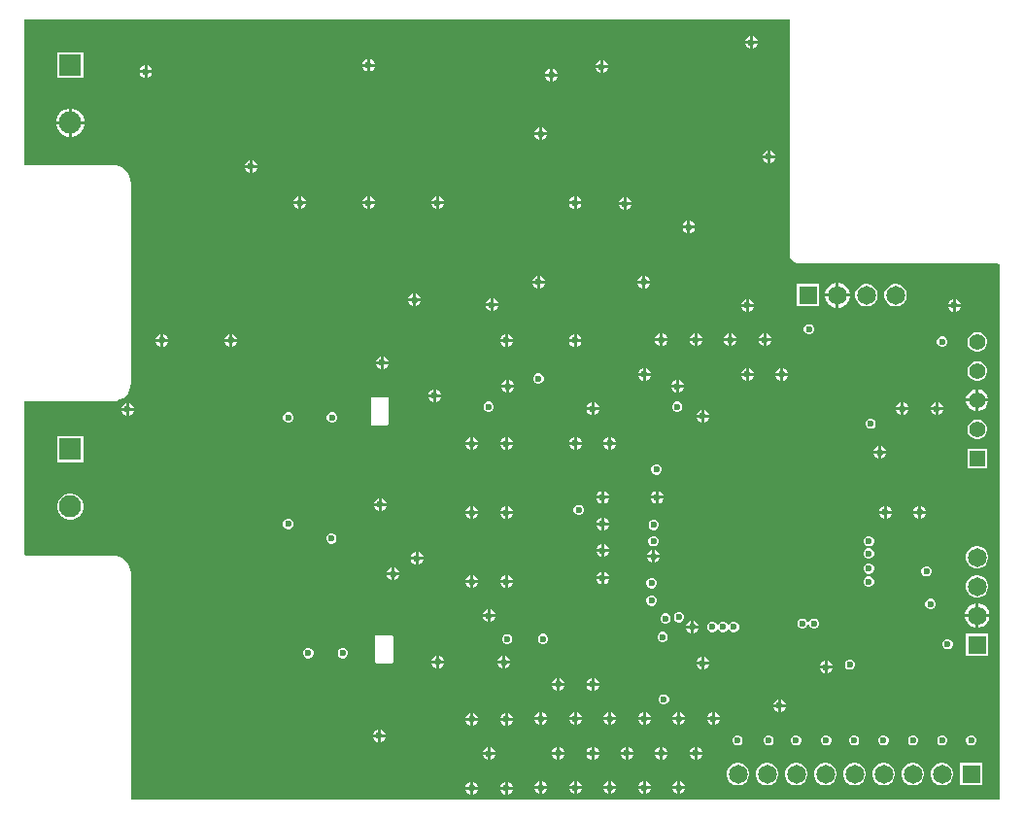
<source format=gbl>
G04*
G04 #@! TF.GenerationSoftware,Altium Limited,Altium Designer,24.2.2 (26)*
G04*
G04 Layer_Physical_Order=4*
G04 Layer_Color=16711680*
%FSLAX44Y44*%
%MOMM*%
G71*
G04*
G04 #@! TF.SameCoordinates,F3FA609E-1BF8-4CEC-B42F-6BA8E99BA353*
G04*
G04*
G04 #@! TF.FilePolarity,Positive*
G04*
G01*
G75*
%ADD118C,1.9500*%
%ADD119R,1.9500X1.9500*%
%ADD120C,1.6500*%
%ADD121R,1.6500X1.6500*%
%ADD122R,1.3980X1.3980*%
%ADD123C,1.3980*%
%ADD124R,1.6500X1.6500*%
%ADD125C,0.6000*%
G36*
X1207176Y915000D02*
X1207163D01*
X1207430Y912972D01*
X1208213Y911081D01*
X1209458Y909458D01*
X1211081Y908213D01*
X1212972Y907430D01*
X1215000Y907163D01*
Y907176D01*
X1387300D01*
X1387336Y907183D01*
X1389859Y906851D01*
X1390000Y906792D01*
Y440000D01*
X632824D01*
Y637300D01*
X632845D01*
X632546Y640333D01*
X631662Y643249D01*
X630225Y645936D01*
X628292Y648292D01*
X625936Y650225D01*
X623249Y651662D01*
X620333Y652546D01*
X617300Y652845D01*
Y652824D01*
X542700D01*
X542664Y652817D01*
X540141Y653149D01*
X540000Y653208D01*
Y786792D01*
X540141Y786851D01*
X542664Y787183D01*
X542700Y787176D01*
X617300D01*
Y787155D01*
X620333Y787454D01*
X623249Y788338D01*
X625936Y789775D01*
X628292Y791708D01*
X630225Y794064D01*
X631662Y796751D01*
X632546Y799667D01*
X632845Y802700D01*
X632824D01*
Y977300D01*
X632845D01*
X632546Y980333D01*
X631662Y983249D01*
X630225Y985936D01*
X628292Y988292D01*
X625936Y990225D01*
X623249Y991662D01*
X620333Y992546D01*
X617300Y992845D01*
Y992824D01*
X542700D01*
X542664Y992817D01*
X540141Y993149D01*
X540000Y993208D01*
Y1120000D01*
X1207176D01*
Y915000D01*
D02*
G37*
%LPC*%
G36*
X1174770Y1105220D02*
Y1101020D01*
X1178970D01*
X1178197Y1102888D01*
X1176638Y1104447D01*
X1174770Y1105220D01*
D02*
G37*
G36*
X1172230D02*
X1170362Y1104447D01*
X1168803Y1102888D01*
X1168030Y1101020D01*
X1172230D01*
Y1105220D01*
D02*
G37*
G36*
X1178970Y1098480D02*
X1174770D01*
Y1094280D01*
X1176638Y1095053D01*
X1178197Y1096612D01*
X1178970Y1098480D01*
D02*
G37*
G36*
X1172230D02*
X1168030D01*
X1168803Y1096612D01*
X1170362Y1095053D01*
X1172230Y1094280D01*
Y1098480D01*
D02*
G37*
G36*
X841270Y1085471D02*
Y1081270D01*
X845471D01*
X844697Y1083138D01*
X843138Y1084697D01*
X841270Y1085471D01*
D02*
G37*
G36*
X838730D02*
X836862Y1084697D01*
X835303Y1083138D01*
X834530Y1081270D01*
X838730D01*
Y1085471D01*
D02*
G37*
G36*
X1044520Y1083970D02*
Y1079770D01*
X1048720D01*
X1047947Y1081638D01*
X1046388Y1083197D01*
X1044520Y1083970D01*
D02*
G37*
G36*
X1041980D02*
X1040112Y1083197D01*
X1038553Y1081638D01*
X1037780Y1079770D01*
X1041980D01*
Y1083970D01*
D02*
G37*
G36*
X647020Y1079720D02*
Y1075520D01*
X651220D01*
X650447Y1077388D01*
X648888Y1078947D01*
X647020Y1079720D01*
D02*
G37*
G36*
X644480D02*
X642612Y1078947D01*
X641053Y1077388D01*
X640280Y1075520D01*
X644480D01*
Y1079720D01*
D02*
G37*
G36*
X845471Y1078730D02*
X841270D01*
Y1074530D01*
X843138Y1075303D01*
X844697Y1076862D01*
X845471Y1078730D01*
D02*
G37*
G36*
X838730D02*
X834530D01*
X835303Y1076862D01*
X836862Y1075303D01*
X838730Y1074530D01*
Y1078730D01*
D02*
G37*
G36*
X1048720Y1077230D02*
X1044520D01*
Y1073030D01*
X1046388Y1073803D01*
X1047947Y1075362D01*
X1048720Y1077230D01*
D02*
G37*
G36*
X1041980D02*
X1037780D01*
X1038553Y1075362D01*
X1040112Y1073803D01*
X1041980Y1073030D01*
Y1077230D01*
D02*
G37*
G36*
X1000520Y1076970D02*
Y1072770D01*
X1004720D01*
X1003947Y1074638D01*
X1002388Y1076197D01*
X1000520Y1076970D01*
D02*
G37*
G36*
X997980D02*
X996112Y1076197D01*
X994553Y1074638D01*
X993780Y1072770D01*
X997980D01*
Y1076970D01*
D02*
G37*
G36*
X651220Y1072980D02*
X647020D01*
Y1068780D01*
X648888Y1069553D01*
X650447Y1071112D01*
X651220Y1072980D01*
D02*
G37*
G36*
X644480D02*
X640280D01*
X641053Y1071112D01*
X642612Y1069553D01*
X644480Y1068780D01*
Y1072980D01*
D02*
G37*
G36*
X591250Y1091250D02*
X568750D01*
Y1068750D01*
X591250D01*
Y1091250D01*
D02*
G37*
G36*
X1004720Y1070230D02*
X1000520D01*
Y1066030D01*
X1002388Y1066803D01*
X1003947Y1068362D01*
X1004720Y1070230D01*
D02*
G37*
G36*
X997980D02*
X993780D01*
X994553Y1068362D01*
X996112Y1066803D01*
X997980Y1066030D01*
Y1070230D01*
D02*
G37*
G36*
X581618Y1042290D02*
X581270D01*
Y1031270D01*
X592290D01*
Y1031618D01*
X591452Y1034744D01*
X589835Y1037546D01*
X587546Y1039834D01*
X584744Y1041452D01*
X581618Y1042290D01*
D02*
G37*
G36*
X578730D02*
X578382D01*
X575256Y1041452D01*
X572454Y1039834D01*
X570166Y1037546D01*
X568548Y1034744D01*
X567710Y1031618D01*
Y1031270D01*
X578730D01*
Y1042290D01*
D02*
G37*
G36*
X991270Y1025471D02*
Y1021270D01*
X995471D01*
X994697Y1023138D01*
X993138Y1024697D01*
X991270Y1025471D01*
D02*
G37*
G36*
X988730D02*
X986862Y1024697D01*
X985303Y1023138D01*
X984530Y1021270D01*
X988730D01*
Y1025471D01*
D02*
G37*
G36*
X592290Y1028730D02*
X581270D01*
Y1017710D01*
X581618D01*
X584744Y1018548D01*
X587546Y1020165D01*
X589835Y1022454D01*
X591452Y1025256D01*
X592290Y1028382D01*
Y1028730D01*
D02*
G37*
G36*
X578730D02*
X567710D01*
Y1028382D01*
X568548Y1025256D01*
X570166Y1022454D01*
X572454Y1020165D01*
X575256Y1018548D01*
X578382Y1017710D01*
X578730D01*
Y1028730D01*
D02*
G37*
G36*
X995471Y1018730D02*
X991270D01*
Y1014530D01*
X993138Y1015303D01*
X994697Y1016862D01*
X995471Y1018730D01*
D02*
G37*
G36*
X988730D02*
X984530D01*
X985303Y1016862D01*
X986862Y1015303D01*
X988730Y1014530D01*
Y1018730D01*
D02*
G37*
G36*
X1190020Y1005470D02*
Y1001270D01*
X1194220D01*
X1193447Y1003138D01*
X1191888Y1004697D01*
X1190020Y1005470D01*
D02*
G37*
G36*
X1187480D02*
X1185612Y1004697D01*
X1184053Y1003138D01*
X1183280Y1001270D01*
X1187480D01*
Y1005470D01*
D02*
G37*
G36*
X1194220Y998730D02*
X1190020D01*
Y994530D01*
X1191888Y995303D01*
X1193447Y996862D01*
X1194220Y998730D01*
D02*
G37*
G36*
X1187480D02*
X1183280D01*
X1184053Y996862D01*
X1185612Y995303D01*
X1187480Y994530D01*
Y998730D01*
D02*
G37*
G36*
X738770Y997220D02*
Y993020D01*
X742970D01*
X742197Y994888D01*
X740638Y996447D01*
X738770Y997220D01*
D02*
G37*
G36*
X736230D02*
X734362Y996447D01*
X732803Y994888D01*
X732030Y993020D01*
X736230D01*
Y997220D01*
D02*
G37*
G36*
X742970Y990480D02*
X738770D01*
Y986280D01*
X740638Y987053D01*
X742197Y988612D01*
X742970Y990480D01*
D02*
G37*
G36*
X736230D02*
X732030D01*
X732803Y988612D01*
X734362Y987053D01*
X736230Y986280D01*
Y990480D01*
D02*
G37*
G36*
X1021270Y965471D02*
Y961270D01*
X1025471D01*
X1024697Y963138D01*
X1023138Y964697D01*
X1021270Y965471D01*
D02*
G37*
G36*
X1018730D02*
X1016862Y964697D01*
X1015303Y963138D01*
X1014530Y961270D01*
X1018730D01*
Y965471D01*
D02*
G37*
G36*
X901270D02*
Y961270D01*
X905471D01*
X904697Y963138D01*
X903138Y964697D01*
X901270Y965471D01*
D02*
G37*
G36*
X898730D02*
X896862Y964697D01*
X895303Y963138D01*
X894530Y961270D01*
X898730D01*
Y965471D01*
D02*
G37*
G36*
X841270D02*
Y961270D01*
X845471D01*
X844697Y963138D01*
X843138Y964697D01*
X841270Y965471D01*
D02*
G37*
G36*
X838730D02*
X836862Y964697D01*
X835303Y963138D01*
X834530Y961270D01*
X838730D01*
Y965471D01*
D02*
G37*
G36*
X781270D02*
Y961270D01*
X785471D01*
X784697Y963138D01*
X783138Y964697D01*
X781270Y965471D01*
D02*
G37*
G36*
X778730D02*
X776862Y964697D01*
X775303Y963138D01*
X774530Y961270D01*
X778730D01*
Y965471D01*
D02*
G37*
G36*
X1064770Y964720D02*
Y960520D01*
X1068970D01*
X1068197Y962388D01*
X1066638Y963947D01*
X1064770Y964720D01*
D02*
G37*
G36*
X1062230D02*
X1060362Y963947D01*
X1058803Y962388D01*
X1058030Y960520D01*
X1062230D01*
Y964720D01*
D02*
G37*
G36*
X845471Y958730D02*
X841270D01*
Y954530D01*
X843138Y955303D01*
X844697Y956862D01*
X845471Y958730D01*
D02*
G37*
G36*
X838730D02*
X834530D01*
X835303Y956862D01*
X836862Y955303D01*
X838730Y954530D01*
Y958730D01*
D02*
G37*
G36*
X785471D02*
X781270D01*
Y954530D01*
X783138Y955303D01*
X784697Y956862D01*
X785471Y958730D01*
D02*
G37*
G36*
X778730D02*
X774530D01*
X775303Y956862D01*
X776862Y955303D01*
X778730Y954530D01*
Y958730D01*
D02*
G37*
G36*
X1025471D02*
X1021270D01*
Y954530D01*
X1023138Y955303D01*
X1024697Y956862D01*
X1025471Y958730D01*
D02*
G37*
G36*
X1018730D02*
X1014530D01*
X1015303Y956862D01*
X1016862Y955303D01*
X1018730Y954530D01*
Y958730D01*
D02*
G37*
G36*
X905471D02*
X901270D01*
Y954530D01*
X903138Y955303D01*
X904697Y956862D01*
X905471Y958730D01*
D02*
G37*
G36*
X898730D02*
X894530D01*
X895303Y956862D01*
X896862Y955303D01*
X898730Y954530D01*
Y958730D01*
D02*
G37*
G36*
X1068970Y957980D02*
X1064770D01*
Y953780D01*
X1066638Y954553D01*
X1068197Y956112D01*
X1068970Y957980D01*
D02*
G37*
G36*
X1062230D02*
X1058030D01*
X1058803Y956112D01*
X1060362Y954553D01*
X1062230Y953780D01*
Y957980D01*
D02*
G37*
G36*
X1120270Y944470D02*
Y940270D01*
X1124471D01*
X1123697Y942138D01*
X1122138Y943697D01*
X1120270Y944470D01*
D02*
G37*
G36*
X1117730D02*
X1115862Y943697D01*
X1114304Y942138D01*
X1113530Y940270D01*
X1117730D01*
Y944470D01*
D02*
G37*
G36*
X1124471Y937730D02*
X1120270D01*
Y933530D01*
X1122138Y934303D01*
X1123697Y935862D01*
X1124471Y937730D01*
D02*
G37*
G36*
X1117730D02*
X1113530D01*
X1114304Y935862D01*
X1115862Y934303D01*
X1117730Y933530D01*
Y937730D01*
D02*
G37*
G36*
X1081270Y896470D02*
Y892270D01*
X1085470D01*
X1084697Y894138D01*
X1083138Y895697D01*
X1081270Y896470D01*
D02*
G37*
G36*
X1078730D02*
X1076862Y895697D01*
X1075303Y894138D01*
X1074530Y892270D01*
X1078730D01*
Y896470D01*
D02*
G37*
G36*
X989470D02*
Y892270D01*
X993670D01*
X992896Y894138D01*
X991338Y895697D01*
X989470Y896470D01*
D02*
G37*
G36*
X986930D02*
X985062Y895697D01*
X983503Y894138D01*
X982729Y892270D01*
X986930D01*
Y896470D01*
D02*
G37*
G36*
X1085470Y889730D02*
X1081270D01*
Y885530D01*
X1083138Y886303D01*
X1084697Y887862D01*
X1085470Y889730D01*
D02*
G37*
G36*
X1078730D02*
X1074530D01*
X1075303Y887862D01*
X1076862Y886303D01*
X1078730Y885530D01*
Y889730D01*
D02*
G37*
G36*
X993670D02*
X989470D01*
Y885530D01*
X991338Y886303D01*
X992896Y887862D01*
X993670Y889730D01*
D02*
G37*
G36*
X986930D02*
X982729D01*
X983503Y887862D01*
X985062Y886303D01*
X986930Y885530D01*
Y889730D01*
D02*
G37*
G36*
X1249921Y890290D02*
X1249770D01*
Y880770D01*
X1259290D01*
Y880920D01*
X1258555Y883665D01*
X1257134Y886125D01*
X1255125Y888134D01*
X1252665Y889555D01*
X1249921Y890290D01*
D02*
G37*
G36*
X1247230D02*
X1247080D01*
X1244335Y889555D01*
X1241875Y888134D01*
X1239866Y886125D01*
X1238445Y883665D01*
X1237710Y880920D01*
Y880770D01*
X1247230D01*
Y890290D01*
D02*
G37*
G36*
X881270Y880970D02*
Y876770D01*
X885470D01*
X884697Y878638D01*
X883138Y880197D01*
X881270Y880970D01*
D02*
G37*
G36*
X878730D02*
X876862Y880197D01*
X875303Y878638D01*
X874530Y876770D01*
X878730D01*
Y880970D01*
D02*
G37*
G36*
X948770Y876470D02*
Y872270D01*
X952970D01*
X952197Y874138D01*
X950638Y875697D01*
X948770Y876470D01*
D02*
G37*
G36*
X946230D02*
X944362Y875697D01*
X942803Y874138D01*
X942030Y872270D01*
X946230D01*
Y876470D01*
D02*
G37*
G36*
X1351520Y875970D02*
Y871770D01*
X1355720D01*
X1354946Y873638D01*
X1353388Y875196D01*
X1351520Y875970D01*
D02*
G37*
G36*
X1348980D02*
X1347111Y875196D01*
X1345553Y873638D01*
X1344779Y871770D01*
X1348980D01*
Y875970D01*
D02*
G37*
G36*
X1171520D02*
Y871770D01*
X1175720D01*
X1174946Y873638D01*
X1173388Y875196D01*
X1171520Y875970D01*
D02*
G37*
G36*
X1168980D02*
X1167112Y875196D01*
X1165553Y873638D01*
X1164779Y871770D01*
X1168980D01*
Y875970D01*
D02*
G37*
G36*
X885470Y874230D02*
X881270D01*
Y870030D01*
X883138Y870803D01*
X884697Y872362D01*
X885470Y874230D01*
D02*
G37*
G36*
X878730D02*
X874530D01*
X875303Y872362D01*
X876862Y870803D01*
X878730Y870030D01*
Y874230D01*
D02*
G37*
G36*
X1300584Y889250D02*
X1298017D01*
X1295537Y888586D01*
X1293313Y887302D01*
X1291498Y885487D01*
X1290215Y883263D01*
X1289550Y880784D01*
Y878216D01*
X1290215Y875737D01*
X1291498Y873513D01*
X1293313Y871698D01*
X1295537Y870415D01*
X1298017Y869750D01*
X1300584D01*
X1303064Y870415D01*
X1305287Y871698D01*
X1307102Y873513D01*
X1308386Y875737D01*
X1309050Y878216D01*
Y880784D01*
X1308386Y883263D01*
X1307102Y885487D01*
X1305287Y887302D01*
X1303064Y888586D01*
X1300584Y889250D01*
D02*
G37*
G36*
X1275184D02*
X1272617D01*
X1270137Y888586D01*
X1267914Y887302D01*
X1266098Y885487D01*
X1264815Y883263D01*
X1264150Y880784D01*
Y878216D01*
X1264815Y875737D01*
X1266098Y873513D01*
X1267914Y871698D01*
X1270137Y870415D01*
X1272617Y869750D01*
X1275184D01*
X1277663Y870415D01*
X1279887Y871698D01*
X1281702Y873513D01*
X1282986Y875737D01*
X1283650Y878216D01*
Y880784D01*
X1282986Y883263D01*
X1281702Y885487D01*
X1279887Y887302D01*
X1277663Y888586D01*
X1275184Y889250D01*
D02*
G37*
G36*
X1232850D02*
X1213350D01*
Y869750D01*
X1232850D01*
Y889250D01*
D02*
G37*
G36*
X1259290Y878230D02*
X1249770D01*
Y868710D01*
X1249921D01*
X1252665Y869445D01*
X1255125Y870866D01*
X1257134Y872875D01*
X1258555Y875335D01*
X1259290Y878080D01*
Y878230D01*
D02*
G37*
G36*
X1247230D02*
X1237710D01*
Y878080D01*
X1238445Y875335D01*
X1239866Y872875D01*
X1241875Y870866D01*
X1244335Y869445D01*
X1247080Y868710D01*
X1247230D01*
Y878230D01*
D02*
G37*
G36*
X952970Y869730D02*
X948770D01*
Y865530D01*
X950638Y866303D01*
X952197Y867862D01*
X952970Y869730D01*
D02*
G37*
G36*
X946230D02*
X942030D01*
X942803Y867862D01*
X944362Y866303D01*
X946230Y865530D01*
Y869730D01*
D02*
G37*
G36*
X1355720Y869230D02*
X1351520D01*
Y865029D01*
X1353388Y865803D01*
X1354946Y867362D01*
X1355720Y869230D01*
D02*
G37*
G36*
X1348980D02*
X1344779D01*
X1345553Y867362D01*
X1347111Y865803D01*
X1348980Y865029D01*
Y869230D01*
D02*
G37*
G36*
X1175720D02*
X1171520D01*
Y865029D01*
X1173388Y865803D01*
X1174946Y867362D01*
X1175720Y869230D01*
D02*
G37*
G36*
X1168980D02*
X1164779D01*
X1165553Y867362D01*
X1167112Y865803D01*
X1168980Y865029D01*
Y869230D01*
D02*
G37*
G36*
X1224645Y854250D02*
X1222855D01*
X1221201Y853565D01*
X1219935Y852299D01*
X1219250Y850645D01*
Y848855D01*
X1219935Y847201D01*
X1221201Y845935D01*
X1222855Y845250D01*
X1224645D01*
X1226299Y845935D01*
X1227565Y847201D01*
X1228250Y848855D01*
Y850645D01*
X1227565Y852299D01*
X1226299Y853565D01*
X1224645Y854250D01*
D02*
G37*
G36*
X1186520Y845970D02*
Y841770D01*
X1190720D01*
X1189946Y843638D01*
X1188388Y845196D01*
X1186520Y845970D01*
D02*
G37*
G36*
X1183980D02*
X1182112Y845196D01*
X1180553Y843638D01*
X1179779Y841770D01*
X1183980D01*
Y845970D01*
D02*
G37*
G36*
X1156520D02*
Y841770D01*
X1160720D01*
X1159946Y843638D01*
X1158388Y845196D01*
X1156520Y845970D01*
D02*
G37*
G36*
X1153980D02*
X1152112Y845196D01*
X1150553Y843638D01*
X1149779Y841770D01*
X1153980D01*
Y845970D01*
D02*
G37*
G36*
X1126520D02*
Y841770D01*
X1130720D01*
X1129946Y843638D01*
X1128388Y845196D01*
X1126520Y845970D01*
D02*
G37*
G36*
X1123980D02*
X1122112Y845196D01*
X1120553Y843638D01*
X1119779Y841770D01*
X1123980D01*
Y845970D01*
D02*
G37*
G36*
X1096520D02*
Y841770D01*
X1100720D01*
X1099946Y843638D01*
X1098388Y845196D01*
X1096520Y845970D01*
D02*
G37*
G36*
X1093980D02*
X1092112Y845196D01*
X1090553Y843638D01*
X1089779Y841770D01*
X1093980D01*
Y845970D01*
D02*
G37*
G36*
X1021270Y845471D02*
Y841270D01*
X1025471D01*
X1024697Y843138D01*
X1023138Y844697D01*
X1021270Y845471D01*
D02*
G37*
G36*
X1018730D02*
X1016862Y844697D01*
X1015303Y843138D01*
X1014530Y841270D01*
X1018730D01*
Y845471D01*
D02*
G37*
G36*
X961270D02*
Y841270D01*
X965471D01*
X964697Y843138D01*
X963138Y844697D01*
X961270Y845471D01*
D02*
G37*
G36*
X958730D02*
X956862Y844697D01*
X955303Y843138D01*
X954530Y841270D01*
X958730D01*
Y845471D01*
D02*
G37*
G36*
X721270D02*
Y841270D01*
X725471D01*
X724697Y843138D01*
X723138Y844697D01*
X721270Y845471D01*
D02*
G37*
G36*
X718730D02*
X716862Y844697D01*
X715303Y843138D01*
X714530Y841270D01*
X718730D01*
Y845471D01*
D02*
G37*
G36*
X661270D02*
Y841270D01*
X665471D01*
X664697Y843138D01*
X663138Y844697D01*
X661270Y845471D01*
D02*
G37*
G36*
X658730D02*
X656862Y844697D01*
X655303Y843138D01*
X654530Y841270D01*
X658730D01*
Y845471D01*
D02*
G37*
G36*
X1190720Y839230D02*
X1186520D01*
Y835029D01*
X1188388Y835803D01*
X1189946Y837362D01*
X1190720Y839230D01*
D02*
G37*
G36*
X1183980D02*
X1179779D01*
X1180553Y837362D01*
X1182112Y835803D01*
X1183980Y835029D01*
Y839230D01*
D02*
G37*
G36*
X1160720D02*
X1156520D01*
Y835029D01*
X1158388Y835803D01*
X1159946Y837362D01*
X1160720Y839230D01*
D02*
G37*
G36*
X1153980D02*
X1149779D01*
X1150553Y837362D01*
X1152112Y835803D01*
X1153980Y835029D01*
Y839230D01*
D02*
G37*
G36*
X1130720D02*
X1126520D01*
Y835029D01*
X1128388Y835803D01*
X1129946Y837362D01*
X1130720Y839230D01*
D02*
G37*
G36*
X1123980D02*
X1119779D01*
X1120553Y837362D01*
X1122112Y835803D01*
X1123980Y835029D01*
Y839230D01*
D02*
G37*
G36*
X1100720D02*
X1096520D01*
Y835029D01*
X1098388Y835803D01*
X1099946Y837362D01*
X1100720Y839230D01*
D02*
G37*
G36*
X1093980D02*
X1089779D01*
X1090553Y837362D01*
X1092112Y835803D01*
X1093980Y835029D01*
Y839230D01*
D02*
G37*
G36*
X1025471Y838730D02*
X1021270D01*
Y834530D01*
X1023138Y835303D01*
X1024697Y836862D01*
X1025471Y838730D01*
D02*
G37*
G36*
X1018730D02*
X1014530D01*
X1015303Y836862D01*
X1016862Y835303D01*
X1018730Y834530D01*
Y838730D01*
D02*
G37*
G36*
X965471D02*
X961270D01*
Y834530D01*
X963138Y835303D01*
X964697Y836862D01*
X965471Y838730D01*
D02*
G37*
G36*
X958730D02*
X954530D01*
X955303Y836862D01*
X956862Y835303D01*
X958730Y834530D01*
Y838730D01*
D02*
G37*
G36*
X725471D02*
X721270D01*
Y834530D01*
X723138Y835303D01*
X724697Y836862D01*
X725471Y838730D01*
D02*
G37*
G36*
X718730D02*
X714530D01*
X715303Y836862D01*
X716862Y835303D01*
X718730Y834530D01*
Y838730D01*
D02*
G37*
G36*
X665471D02*
X661270D01*
Y834530D01*
X663138Y835303D01*
X664697Y836862D01*
X665471Y838730D01*
D02*
G37*
G36*
X658730D02*
X654530D01*
X655303Y836862D01*
X656862Y835303D01*
X658730Y834530D01*
Y838730D01*
D02*
G37*
G36*
X1340645Y843500D02*
X1338855D01*
X1337201Y842815D01*
X1335935Y841549D01*
X1335250Y839895D01*
Y838105D01*
X1335935Y836451D01*
X1337201Y835185D01*
X1338855Y834500D01*
X1340645D01*
X1342299Y835185D01*
X1343565Y836451D01*
X1344250Y838105D01*
Y839895D01*
X1343565Y841549D01*
X1342299Y842815D01*
X1340645Y843500D01*
D02*
G37*
G36*
X1371368Y847390D02*
X1369132D01*
X1366973Y846811D01*
X1365037Y845694D01*
X1363456Y844113D01*
X1362339Y842177D01*
X1361760Y840018D01*
Y837782D01*
X1362339Y835623D01*
X1363456Y833687D01*
X1365037Y832106D01*
X1366973Y830989D01*
X1369132Y830410D01*
X1371368D01*
X1373527Y830989D01*
X1375463Y832106D01*
X1377044Y833687D01*
X1378161Y835623D01*
X1378740Y837782D01*
Y840018D01*
X1378161Y842177D01*
X1377044Y844113D01*
X1375463Y845694D01*
X1373527Y846811D01*
X1371368Y847390D01*
D02*
G37*
G36*
X853020Y826220D02*
Y822020D01*
X857220D01*
X856447Y823888D01*
X854888Y825447D01*
X853020Y826220D01*
D02*
G37*
G36*
X850480D02*
X848612Y825447D01*
X847053Y823888D01*
X846280Y822020D01*
X850480D01*
Y826220D01*
D02*
G37*
G36*
X857220Y819480D02*
X853020D01*
Y815280D01*
X854888Y816053D01*
X856447Y817612D01*
X857220Y819480D01*
D02*
G37*
G36*
X850480D02*
X846280D01*
X847053Y817612D01*
X848612Y816053D01*
X850480Y815280D01*
Y819480D01*
D02*
G37*
G36*
X1201520Y815970D02*
Y811770D01*
X1205720D01*
X1204946Y813638D01*
X1203388Y815196D01*
X1201520Y815970D01*
D02*
G37*
G36*
X1198980D02*
X1197112Y815196D01*
X1195553Y813638D01*
X1194779Y811770D01*
X1198980D01*
Y815970D01*
D02*
G37*
G36*
X1171520D02*
Y811770D01*
X1175720D01*
X1174946Y813638D01*
X1173388Y815196D01*
X1171520Y815970D01*
D02*
G37*
G36*
X1168980D02*
X1167112Y815196D01*
X1165553Y813638D01*
X1164779Y811770D01*
X1168980D01*
Y815970D01*
D02*
G37*
G36*
X1081520D02*
Y811770D01*
X1085720D01*
X1084946Y813638D01*
X1083388Y815196D01*
X1081520Y815970D01*
D02*
G37*
G36*
X1078980D02*
X1077112Y815196D01*
X1075553Y813638D01*
X1074779Y811770D01*
X1078980D01*
Y815970D01*
D02*
G37*
G36*
X1205720Y809230D02*
X1201520D01*
Y805029D01*
X1203388Y805803D01*
X1204946Y807362D01*
X1205720Y809230D01*
D02*
G37*
G36*
X1198980D02*
X1194779D01*
X1195553Y807362D01*
X1197112Y805803D01*
X1198980Y805029D01*
Y809230D01*
D02*
G37*
G36*
X1175720D02*
X1171520D01*
Y805029D01*
X1173388Y805803D01*
X1174946Y807362D01*
X1175720Y809230D01*
D02*
G37*
G36*
X1168980D02*
X1164779D01*
X1165553Y807362D01*
X1167112Y805803D01*
X1168980Y805029D01*
Y809230D01*
D02*
G37*
G36*
X1085720D02*
X1081520D01*
Y805029D01*
X1083388Y805803D01*
X1084946Y807362D01*
X1085720Y809230D01*
D02*
G37*
G36*
X1078980D02*
X1074779D01*
X1075553Y807362D01*
X1077112Y805803D01*
X1078980Y805029D01*
Y809230D01*
D02*
G37*
G36*
X1371368Y821990D02*
X1369132D01*
X1366973Y821411D01*
X1365037Y820294D01*
X1363456Y818713D01*
X1362339Y816777D01*
X1361760Y814618D01*
Y812382D01*
X1362339Y810223D01*
X1363456Y808287D01*
X1365037Y806706D01*
X1366973Y805589D01*
X1369132Y805010D01*
X1371368D01*
X1373527Y805589D01*
X1375463Y806706D01*
X1377044Y808287D01*
X1378161Y810223D01*
X1378740Y812382D01*
Y814618D01*
X1378161Y816777D01*
X1377044Y818713D01*
X1375463Y820294D01*
X1373527Y821411D01*
X1371368Y821990D01*
D02*
G37*
G36*
X988895Y811250D02*
X987105D01*
X985451Y810565D01*
X984185Y809299D01*
X983500Y807645D01*
Y805855D01*
X984185Y804201D01*
X985451Y802935D01*
X987105Y802250D01*
X988895D01*
X990549Y802935D01*
X991815Y804201D01*
X992500Y805855D01*
Y807645D01*
X991815Y809299D01*
X990549Y810565D01*
X988895Y811250D01*
D02*
G37*
G36*
X1110270Y805471D02*
Y801270D01*
X1114470D01*
X1113697Y803138D01*
X1112138Y804697D01*
X1110270Y805471D01*
D02*
G37*
G36*
X1107730D02*
X1105862Y804697D01*
X1104303Y803138D01*
X1103530Y801270D01*
X1107730D01*
Y805471D01*
D02*
G37*
G36*
X962770Y805470D02*
Y801270D01*
X966970D01*
X966197Y803138D01*
X964638Y804697D01*
X962770Y805470D01*
D02*
G37*
G36*
X960230D02*
X958362Y804697D01*
X956803Y803138D01*
X956030Y801270D01*
X960230D01*
Y805470D01*
D02*
G37*
G36*
X1114470Y798730D02*
X1110270D01*
Y794530D01*
X1112138Y795303D01*
X1113697Y796862D01*
X1114470Y798730D01*
D02*
G37*
G36*
X1107730D02*
X1103530D01*
X1104303Y796862D01*
X1105862Y795303D01*
X1107730Y794530D01*
Y798730D01*
D02*
G37*
G36*
X966970Y798730D02*
X962770D01*
Y794530D01*
X964638Y795303D01*
X966197Y796862D01*
X966970Y798730D01*
D02*
G37*
G36*
X960230D02*
X956030D01*
X956803Y796862D01*
X958362Y795303D01*
X960230Y794530D01*
Y798730D01*
D02*
G37*
G36*
X898770Y797470D02*
Y793270D01*
X902970D01*
X902197Y795138D01*
X900638Y796697D01*
X898770Y797470D01*
D02*
G37*
G36*
X896230D02*
X894362Y796697D01*
X892803Y795138D01*
X892030Y793270D01*
X896230D01*
Y797470D01*
D02*
G37*
G36*
X1371520Y797626D02*
Y789370D01*
X1379776D01*
X1379131Y791778D01*
X1377876Y793952D01*
X1376102Y795726D01*
X1373928Y796981D01*
X1371520Y797626D01*
D02*
G37*
G36*
X1368980D02*
X1366572Y796981D01*
X1364398Y795726D01*
X1362624Y793952D01*
X1361369Y791778D01*
X1360724Y789370D01*
X1368980D01*
Y797626D01*
D02*
G37*
G36*
X902970Y790730D02*
X898770D01*
Y786530D01*
X900638Y787303D01*
X902197Y788862D01*
X902970Y790730D01*
D02*
G37*
G36*
X896230D02*
X892030D01*
X892803Y788862D01*
X894362Y787303D01*
X896230Y786530D01*
Y790730D01*
D02*
G37*
G36*
X1336520Y785970D02*
Y781770D01*
X1340720D01*
X1339946Y783638D01*
X1338388Y785196D01*
X1336520Y785970D01*
D02*
G37*
G36*
X1333980D02*
X1332111Y785196D01*
X1330553Y783638D01*
X1329779Y781770D01*
X1333980D01*
Y785970D01*
D02*
G37*
G36*
X1306520D02*
Y781770D01*
X1310720D01*
X1309946Y783638D01*
X1308388Y785196D01*
X1306520Y785970D01*
D02*
G37*
G36*
X1303980D02*
X1302111Y785196D01*
X1300553Y783638D01*
X1299779Y781770D01*
X1303980D01*
Y785970D01*
D02*
G37*
G36*
X1036520D02*
Y781770D01*
X1040720D01*
X1039946Y783638D01*
X1038388Y785196D01*
X1036520Y785970D01*
D02*
G37*
G36*
X1033980D02*
X1032112Y785196D01*
X1030553Y783638D01*
X1029779Y781770D01*
X1033980D01*
Y785970D01*
D02*
G37*
G36*
X631270Y785471D02*
Y781270D01*
X635471D01*
X634697Y783138D01*
X633138Y784697D01*
X631270Y785471D01*
D02*
G37*
G36*
X628730D02*
X626862Y784697D01*
X625303Y783138D01*
X624530Y781270D01*
X628730D01*
Y785471D01*
D02*
G37*
G36*
X1368980Y786830D02*
X1360724D01*
X1361369Y784421D01*
X1362624Y782248D01*
X1364398Y780474D01*
X1366572Y779219D01*
X1368980Y778574D01*
Y786830D01*
D02*
G37*
G36*
X1379776D02*
X1371520D01*
Y778574D01*
X1373928Y779219D01*
X1376102Y780474D01*
X1377876Y782248D01*
X1379131Y784421D01*
X1379776Y786830D01*
D02*
G37*
G36*
X1109895Y786750D02*
X1108105D01*
X1106451Y786065D01*
X1105185Y784799D01*
X1104500Y783145D01*
Y781355D01*
X1105185Y779701D01*
X1106451Y778435D01*
X1108105Y777750D01*
X1109895D01*
X1111549Y778435D01*
X1112815Y779701D01*
X1113500Y781355D01*
Y783145D01*
X1112815Y784799D01*
X1111549Y786065D01*
X1109895Y786750D01*
D02*
G37*
G36*
X945395Y786750D02*
X943605D01*
X941951Y786065D01*
X940685Y784799D01*
X940000Y783145D01*
Y781355D01*
X940685Y779701D01*
X941951Y778435D01*
X943605Y777750D01*
X945395D01*
X947049Y778435D01*
X948315Y779701D01*
X949000Y781355D01*
Y783145D01*
X948315Y784799D01*
X947049Y786065D01*
X945395Y786750D01*
D02*
G37*
G36*
X1132520Y779470D02*
Y775270D01*
X1136720D01*
X1135947Y777138D01*
X1134388Y778697D01*
X1132520Y779470D01*
D02*
G37*
G36*
X1129980D02*
X1128112Y778697D01*
X1126553Y777138D01*
X1125780Y775270D01*
X1129980D01*
Y779470D01*
D02*
G37*
G36*
X1340720Y779230D02*
X1336520D01*
Y775029D01*
X1338388Y775803D01*
X1339946Y777362D01*
X1340720Y779230D01*
D02*
G37*
G36*
X1333980D02*
X1329779D01*
X1330553Y777362D01*
X1332111Y775803D01*
X1333980Y775029D01*
Y779230D01*
D02*
G37*
G36*
X1310720D02*
X1306520D01*
Y775029D01*
X1308388Y775803D01*
X1309946Y777362D01*
X1310720Y779230D01*
D02*
G37*
G36*
X1303980D02*
X1299779D01*
X1300553Y777362D01*
X1302111Y775803D01*
X1303980Y775029D01*
Y779230D01*
D02*
G37*
G36*
X1040720D02*
X1036520D01*
Y775029D01*
X1038388Y775803D01*
X1039946Y777362D01*
X1040720Y779230D01*
D02*
G37*
G36*
X1033980D02*
X1029779D01*
X1030553Y777362D01*
X1032112Y775803D01*
X1033980Y775029D01*
Y779230D01*
D02*
G37*
G36*
X635471Y778730D02*
X631270D01*
Y774530D01*
X633138Y775303D01*
X634697Y776862D01*
X635471Y778730D01*
D02*
G37*
G36*
X628730D02*
X624530D01*
X625303Y776862D01*
X626862Y775303D01*
X628730Y774530D01*
Y778730D01*
D02*
G37*
G36*
X1136720Y772730D02*
X1132520D01*
Y768530D01*
X1134388Y769303D01*
X1135947Y770862D01*
X1136720Y772730D01*
D02*
G37*
G36*
X1129980D02*
X1125780D01*
X1126553Y770862D01*
X1128112Y769303D01*
X1129980Y768530D01*
Y772730D01*
D02*
G37*
G36*
X808895Y777500D02*
X807105D01*
X805451Y776815D01*
X804185Y775549D01*
X803500Y773895D01*
Y772105D01*
X804185Y770451D01*
X805451Y769185D01*
X807105Y768500D01*
X808895D01*
X810549Y769185D01*
X811815Y770451D01*
X812500Y772105D01*
Y773895D01*
X811815Y775549D01*
X810549Y776815D01*
X808895Y777500D01*
D02*
G37*
G36*
X770895D02*
X769105D01*
X767451Y776815D01*
X766185Y775549D01*
X765500Y773895D01*
Y772105D01*
X766185Y770451D01*
X767451Y769185D01*
X769105Y768500D01*
X770895D01*
X772549Y769185D01*
X773815Y770451D01*
X774500Y772105D01*
Y773895D01*
X773815Y775549D01*
X772549Y776815D01*
X770895Y777500D01*
D02*
G37*
G36*
X856101Y790854D02*
X843401D01*
X842253Y790378D01*
X841778Y789230D01*
Y767640D01*
X842253Y766492D01*
X843401Y766016D01*
X856101D01*
X857249Y766492D01*
X857725Y767640D01*
Y789230D01*
X857249Y790378D01*
X856101Y790854D01*
D02*
G37*
G36*
X1278395Y772000D02*
X1276605D01*
X1274951Y771315D01*
X1273685Y770049D01*
X1273000Y768395D01*
Y766605D01*
X1273685Y764951D01*
X1274951Y763685D01*
X1276605Y763000D01*
X1278395D01*
X1280049Y763685D01*
X1281315Y764951D01*
X1282000Y766605D01*
Y768395D01*
X1281315Y770049D01*
X1280049Y771315D01*
X1278395Y772000D01*
D02*
G37*
G36*
X1371368Y771190D02*
X1369132D01*
X1366973Y770611D01*
X1365037Y769494D01*
X1363456Y767913D01*
X1362339Y765977D01*
X1361760Y763818D01*
Y761582D01*
X1362339Y759423D01*
X1363456Y757487D01*
X1365037Y755906D01*
X1366973Y754789D01*
X1369132Y754210D01*
X1371368D01*
X1373527Y754789D01*
X1375463Y755906D01*
X1377044Y757487D01*
X1378161Y759423D01*
X1378740Y761582D01*
Y763818D01*
X1378161Y765977D01*
X1377044Y767913D01*
X1375463Y769494D01*
X1373527Y770611D01*
X1371368Y771190D01*
D02*
G37*
G36*
X1051520Y755970D02*
Y751770D01*
X1055720D01*
X1054946Y753638D01*
X1053388Y755196D01*
X1051520Y755970D01*
D02*
G37*
G36*
X1048980D02*
X1047112Y755196D01*
X1045553Y753638D01*
X1044779Y751770D01*
X1048980D01*
Y755970D01*
D02*
G37*
G36*
X1021520D02*
Y751770D01*
X1025720D01*
X1024946Y753638D01*
X1023388Y755196D01*
X1021520Y755970D01*
D02*
G37*
G36*
X1018980D02*
X1017112Y755196D01*
X1015553Y753638D01*
X1014779Y751770D01*
X1018980D01*
Y755970D01*
D02*
G37*
G36*
X961270Y755470D02*
Y751270D01*
X965470D01*
X964696Y753138D01*
X963138Y754696D01*
X961270Y755470D01*
D02*
G37*
G36*
X958730D02*
X956862Y754696D01*
X955303Y753138D01*
X954529Y751270D01*
X958730D01*
Y755470D01*
D02*
G37*
G36*
X931270D02*
Y751270D01*
X935470D01*
X934696Y753138D01*
X933138Y754696D01*
X931270Y755470D01*
D02*
G37*
G36*
X928730D02*
X926862Y754696D01*
X925303Y753138D01*
X924529Y751270D01*
X928730D01*
Y755470D01*
D02*
G37*
G36*
X1055720Y749230D02*
X1051520D01*
Y745029D01*
X1053388Y745803D01*
X1054946Y747362D01*
X1055720Y749230D01*
D02*
G37*
G36*
X1048980D02*
X1044779D01*
X1045553Y747362D01*
X1047112Y745803D01*
X1048980Y745029D01*
Y749230D01*
D02*
G37*
G36*
X1025720D02*
X1021520D01*
Y745029D01*
X1023388Y745803D01*
X1024946Y747362D01*
X1025720Y749230D01*
D02*
G37*
G36*
X1018980D02*
X1014779D01*
X1015553Y747362D01*
X1017112Y745803D01*
X1018980Y745029D01*
Y749230D01*
D02*
G37*
G36*
X965470Y748730D02*
X961270D01*
Y744529D01*
X963138Y745303D01*
X964696Y746862D01*
X965470Y748730D01*
D02*
G37*
G36*
X958730D02*
X954529D01*
X955303Y746862D01*
X956862Y745303D01*
X958730Y744529D01*
Y748730D01*
D02*
G37*
G36*
X935470D02*
X931270D01*
Y744529D01*
X933138Y745303D01*
X934696Y746862D01*
X935470Y748730D01*
D02*
G37*
G36*
X928730D02*
X924529D01*
X925303Y746862D01*
X926862Y745303D01*
X928730Y744529D01*
Y748730D01*
D02*
G37*
G36*
X1286770Y747970D02*
Y743770D01*
X1290970D01*
X1290197Y745638D01*
X1288638Y747197D01*
X1286770Y747970D01*
D02*
G37*
G36*
X1284230D02*
X1282362Y747197D01*
X1280803Y745638D01*
X1280030Y743770D01*
X1284230D01*
Y747970D01*
D02*
G37*
G36*
X1290970Y741230D02*
X1286770D01*
Y737030D01*
X1288638Y737803D01*
X1290197Y739362D01*
X1290970Y741230D01*
D02*
G37*
G36*
X1284230D02*
X1280030D01*
X1280803Y739362D01*
X1282362Y737803D01*
X1284230Y737030D01*
Y741230D01*
D02*
G37*
G36*
X591250Y756500D02*
X568750D01*
Y734000D01*
X591250D01*
Y756500D01*
D02*
G37*
G36*
X1378740Y745790D02*
X1361760D01*
Y728810D01*
X1378740D01*
Y745790D01*
D02*
G37*
G36*
X1091645Y732000D02*
X1089855D01*
X1088201Y731315D01*
X1086935Y730049D01*
X1086250Y728395D01*
Y726605D01*
X1086935Y724951D01*
X1088201Y723685D01*
X1089855Y723000D01*
X1091645D01*
X1093299Y723685D01*
X1094565Y724951D01*
X1095250Y726605D01*
Y728395D01*
X1094565Y730049D01*
X1093299Y731315D01*
X1091645Y732000D01*
D02*
G37*
G36*
X1045082Y708720D02*
Y704520D01*
X1049282D01*
X1048508Y706388D01*
X1046950Y707947D01*
X1045082Y708720D01*
D02*
G37*
G36*
X1042542D02*
X1040674Y707947D01*
X1039115Y706388D01*
X1038341Y704520D01*
X1042542D01*
Y708720D01*
D02*
G37*
G36*
X1092520Y708720D02*
Y704520D01*
X1096720D01*
X1095947Y706388D01*
X1094388Y707947D01*
X1092520Y708720D01*
D02*
G37*
G36*
X1089980D02*
X1088112Y707947D01*
X1086553Y706388D01*
X1085780Y704520D01*
X1089980D01*
Y708720D01*
D02*
G37*
G36*
X851270Y702471D02*
Y698270D01*
X855470D01*
X854697Y700138D01*
X853138Y701697D01*
X851270Y702471D01*
D02*
G37*
G36*
X848730D02*
X846862Y701697D01*
X845303Y700138D01*
X844530Y698270D01*
X848730D01*
Y702471D01*
D02*
G37*
G36*
X1049282Y701980D02*
X1045082D01*
Y697780D01*
X1046950Y698553D01*
X1048508Y700112D01*
X1049282Y701980D01*
D02*
G37*
G36*
X1042542D02*
X1038341D01*
X1039115Y700112D01*
X1040674Y698553D01*
X1042542Y697780D01*
Y701980D01*
D02*
G37*
G36*
X1096720Y701980D02*
X1092520D01*
Y697780D01*
X1094388Y698553D01*
X1095947Y700112D01*
X1096720Y701980D01*
D02*
G37*
G36*
X1089980D02*
X1085780D01*
X1086553Y700112D01*
X1088112Y698553D01*
X1089980Y697780D01*
Y701980D01*
D02*
G37*
G36*
X1321520Y695970D02*
Y691770D01*
X1325720D01*
X1324946Y693638D01*
X1323388Y695196D01*
X1321520Y695970D01*
D02*
G37*
G36*
X1318980D02*
X1317111Y695196D01*
X1315553Y693638D01*
X1314779Y691770D01*
X1318980D01*
Y695970D01*
D02*
G37*
G36*
X1291520D02*
Y691770D01*
X1295720D01*
X1294946Y693638D01*
X1293388Y695196D01*
X1291520Y695970D01*
D02*
G37*
G36*
X1288980D02*
X1287111Y695196D01*
X1285553Y693638D01*
X1284779Y691770D01*
X1288980D01*
Y695970D01*
D02*
G37*
G36*
X855470Y695730D02*
X851270D01*
Y691530D01*
X853138Y692304D01*
X854697Y693862D01*
X855470Y695730D01*
D02*
G37*
G36*
X848730D02*
X844530D01*
X845303Y693862D01*
X846862Y692304D01*
X848730Y691530D01*
Y695730D01*
D02*
G37*
G36*
X961270Y695470D02*
Y691270D01*
X965470D01*
X964696Y693138D01*
X963138Y694696D01*
X961270Y695470D01*
D02*
G37*
G36*
X958730D02*
X956862Y694696D01*
X955303Y693138D01*
X954529Y691270D01*
X958730D01*
Y695470D01*
D02*
G37*
G36*
X931270D02*
Y691270D01*
X935470D01*
X934696Y693138D01*
X933138Y694696D01*
X931270Y695470D01*
D02*
G37*
G36*
X928730D02*
X926862Y694696D01*
X925303Y693138D01*
X924529Y691270D01*
X928730D01*
Y695470D01*
D02*
G37*
G36*
X1023895Y696750D02*
X1022105D01*
X1020451Y696065D01*
X1019185Y694799D01*
X1018500Y693145D01*
Y691355D01*
X1019185Y689701D01*
X1020451Y688435D01*
X1022105Y687750D01*
X1023895D01*
X1025549Y688435D01*
X1026815Y689701D01*
X1027500Y691355D01*
Y693145D01*
X1026815Y694799D01*
X1025549Y696065D01*
X1023895Y696750D01*
D02*
G37*
G36*
X1325720Y689230D02*
X1321520D01*
Y685029D01*
X1323388Y685803D01*
X1324946Y687362D01*
X1325720Y689230D01*
D02*
G37*
G36*
X1318980D02*
X1314779D01*
X1315553Y687362D01*
X1317111Y685803D01*
X1318980Y685029D01*
Y689230D01*
D02*
G37*
G36*
X1295720D02*
X1291520D01*
Y685029D01*
X1293388Y685803D01*
X1294946Y687362D01*
X1295720Y689230D01*
D02*
G37*
G36*
X1288980D02*
X1284779D01*
X1285553Y687362D01*
X1287111Y685803D01*
X1288980Y685029D01*
Y689230D01*
D02*
G37*
G36*
X965470Y688730D02*
X961270D01*
Y684529D01*
X963138Y685303D01*
X964696Y686862D01*
X965470Y688730D01*
D02*
G37*
G36*
X958730D02*
X954529D01*
X955303Y686862D01*
X956862Y685303D01*
X958730Y684529D01*
Y688730D01*
D02*
G37*
G36*
X935470D02*
X931270D01*
Y684529D01*
X933138Y685303D01*
X934696Y686862D01*
X935470Y688730D01*
D02*
G37*
G36*
X928730D02*
X924529D01*
X925303Y686862D01*
X926862Y685303D01*
X928730Y684529D01*
Y688730D01*
D02*
G37*
G36*
X581481Y706500D02*
X578519D01*
X575658Y705733D01*
X573092Y704252D01*
X570998Y702158D01*
X569517Y699592D01*
X568750Y696731D01*
Y693769D01*
X569517Y690908D01*
X570998Y688342D01*
X573092Y686248D01*
X575658Y684767D01*
X578519Y684000D01*
X581481D01*
X584342Y684767D01*
X586908Y686248D01*
X589002Y688342D01*
X590483Y690908D01*
X591250Y693769D01*
Y696731D01*
X590483Y699592D01*
X589002Y702158D01*
X586908Y704252D01*
X584342Y705733D01*
X581481Y706500D01*
D02*
G37*
G36*
X1045082Y685720D02*
Y681520D01*
X1049282D01*
X1048508Y683388D01*
X1046950Y684947D01*
X1045082Y685720D01*
D02*
G37*
G36*
X1042542D02*
X1040674Y684947D01*
X1039115Y683388D01*
X1038341Y681520D01*
X1042542D01*
Y685720D01*
D02*
G37*
G36*
X770895Y684500D02*
X769105D01*
X767451Y683815D01*
X766185Y682549D01*
X765500Y680895D01*
Y679105D01*
X766185Y677451D01*
X767451Y676185D01*
X769105Y675500D01*
X770895D01*
X772549Y676185D01*
X773815Y677451D01*
X774500Y679105D01*
Y680895D01*
X773815Y682549D01*
X772549Y683815D01*
X770895Y684500D01*
D02*
G37*
G36*
X1049282Y678980D02*
X1045082D01*
Y674780D01*
X1046950Y675553D01*
X1048508Y677112D01*
X1049282Y678980D01*
D02*
G37*
G36*
X1042542D02*
X1038341D01*
X1039115Y677112D01*
X1040674Y675553D01*
X1042542Y674780D01*
Y678980D01*
D02*
G37*
G36*
X1089395Y683750D02*
X1087605D01*
X1085951Y683065D01*
X1084685Y681799D01*
X1084000Y680145D01*
Y678355D01*
X1084685Y676701D01*
X1085951Y675435D01*
X1087605Y674750D01*
X1089395D01*
X1091049Y675435D01*
X1092315Y676701D01*
X1093000Y678355D01*
Y680145D01*
X1092315Y681799D01*
X1091049Y683065D01*
X1089395Y683750D01*
D02*
G37*
G36*
X808395Y672000D02*
X806605D01*
X804951Y671315D01*
X803685Y670049D01*
X803000Y668395D01*
Y666605D01*
X803685Y664951D01*
X804951Y663685D01*
X806605Y663000D01*
X808395D01*
X810049Y663685D01*
X811315Y664951D01*
X812000Y666605D01*
Y668395D01*
X811315Y670049D01*
X810049Y671315D01*
X808395Y672000D01*
D02*
G37*
G36*
X1276895Y669500D02*
X1275105D01*
X1273451Y668815D01*
X1272185Y667549D01*
X1271500Y665895D01*
Y664105D01*
X1272185Y662451D01*
X1273451Y661185D01*
X1275105Y660500D01*
X1276895D01*
X1278549Y661185D01*
X1279815Y662451D01*
X1280500Y664105D01*
Y665895D01*
X1279815Y667549D01*
X1278549Y668815D01*
X1276895Y669500D01*
D02*
G37*
G36*
X1089145D02*
X1087355D01*
X1085701Y668815D01*
X1084435Y667549D01*
X1083750Y665895D01*
Y664105D01*
X1084435Y662451D01*
X1085701Y661185D01*
X1087355Y660500D01*
X1089145D01*
X1090799Y661185D01*
X1092065Y662451D01*
X1092750Y664105D01*
Y665895D01*
X1092065Y667549D01*
X1090799Y668815D01*
X1089145Y669500D01*
D02*
G37*
G36*
X1045082Y662470D02*
Y658270D01*
X1049282D01*
X1048508Y660138D01*
X1046950Y661696D01*
X1045082Y662470D01*
D02*
G37*
G36*
X1042542D02*
X1040674Y661696D01*
X1039115Y660138D01*
X1038341Y658270D01*
X1042542D01*
Y662470D01*
D02*
G37*
G36*
X1089520Y657470D02*
Y653270D01*
X1093720D01*
X1092947Y655138D01*
X1091388Y656697D01*
X1089520Y657470D01*
D02*
G37*
G36*
X1086980D02*
X1085112Y656697D01*
X1083553Y655138D01*
X1082780Y653270D01*
X1086980D01*
Y657470D01*
D02*
G37*
G36*
X1049282Y655730D02*
X1045082D01*
Y651530D01*
X1046950Y652303D01*
X1048508Y653862D01*
X1049282Y655730D01*
D02*
G37*
G36*
X1042542D02*
X1038341D01*
X1039115Y653862D01*
X1040674Y652303D01*
X1042542Y651530D01*
Y655730D01*
D02*
G37*
G36*
X883270Y655720D02*
Y651520D01*
X887470D01*
X886697Y653388D01*
X885138Y654947D01*
X883270Y655720D01*
D02*
G37*
G36*
X880730D02*
X878862Y654947D01*
X877303Y653388D01*
X876530Y651520D01*
X880730D01*
Y655720D01*
D02*
G37*
G36*
X1276895Y659000D02*
X1275105D01*
X1273451Y658315D01*
X1272185Y657049D01*
X1271500Y655395D01*
Y653605D01*
X1272185Y651951D01*
X1273451Y650685D01*
X1275105Y650000D01*
X1276895D01*
X1278549Y650685D01*
X1279815Y651951D01*
X1280500Y653605D01*
Y655395D01*
X1279815Y657049D01*
X1278549Y658315D01*
X1276895Y659000D01*
D02*
G37*
G36*
X1093720Y650730D02*
X1089520D01*
Y646530D01*
X1091388Y647303D01*
X1092947Y648862D01*
X1093720Y650730D01*
D02*
G37*
G36*
X1086980D02*
X1082780D01*
X1083553Y648862D01*
X1085112Y647303D01*
X1086980Y646530D01*
Y650730D01*
D02*
G37*
G36*
X887470Y648980D02*
X883270D01*
Y644780D01*
X885138Y645553D01*
X886697Y647112D01*
X887470Y648980D01*
D02*
G37*
G36*
X880730D02*
X876530D01*
X877303Y647112D01*
X878862Y645553D01*
X880730Y644780D01*
Y648980D01*
D02*
G37*
G36*
X1371534Y660900D02*
X1368966D01*
X1366487Y660236D01*
X1364263Y658952D01*
X1362448Y657137D01*
X1361165Y654913D01*
X1360500Y652434D01*
Y649866D01*
X1361165Y647387D01*
X1362448Y645163D01*
X1364263Y643348D01*
X1366487Y642065D01*
X1368966Y641400D01*
X1371534D01*
X1374013Y642065D01*
X1376237Y643348D01*
X1378052Y645163D01*
X1379335Y647387D01*
X1380000Y649866D01*
Y652434D01*
X1379335Y654913D01*
X1378052Y657137D01*
X1376237Y658952D01*
X1374013Y660236D01*
X1371534Y660900D01*
D02*
G37*
G36*
X862520Y641970D02*
Y637770D01*
X866720D01*
X865947Y639638D01*
X864388Y641197D01*
X862520Y641970D01*
D02*
G37*
G36*
X859980D02*
X858112Y641197D01*
X856553Y639638D01*
X855780Y637770D01*
X859980D01*
Y641970D01*
D02*
G37*
G36*
X1276895Y645750D02*
X1275105D01*
X1273451Y645065D01*
X1272185Y643799D01*
X1271500Y642145D01*
Y640355D01*
X1272185Y638701D01*
X1273451Y637435D01*
X1275105Y636750D01*
X1276895D01*
X1278549Y637435D01*
X1279815Y638701D01*
X1280500Y640355D01*
Y642145D01*
X1279815Y643799D01*
X1278549Y645065D01*
X1276895Y645750D01*
D02*
G37*
G36*
X1045270Y638470D02*
Y634270D01*
X1049470D01*
X1048697Y636138D01*
X1047138Y637697D01*
X1045270Y638470D01*
D02*
G37*
G36*
X1042730D02*
X1040862Y637697D01*
X1039303Y636138D01*
X1038530Y634270D01*
X1042730D01*
Y638470D01*
D02*
G37*
G36*
X1327145Y643250D02*
X1325355D01*
X1323701Y642565D01*
X1322435Y641299D01*
X1321750Y639645D01*
Y637855D01*
X1322435Y636201D01*
X1323701Y634935D01*
X1325355Y634250D01*
X1327145D01*
X1328799Y634935D01*
X1330065Y636201D01*
X1330750Y637855D01*
Y639645D01*
X1330065Y641299D01*
X1328799Y642565D01*
X1327145Y643250D01*
D02*
G37*
G36*
X961270Y635470D02*
Y631270D01*
X965470D01*
X964696Y633138D01*
X963138Y634696D01*
X961270Y635470D01*
D02*
G37*
G36*
X958730D02*
X956862Y634696D01*
X955303Y633138D01*
X954529Y631270D01*
X958730D01*
Y635470D01*
D02*
G37*
G36*
X931270D02*
Y631270D01*
X935470D01*
X934696Y633138D01*
X933138Y634696D01*
X931270Y635470D01*
D02*
G37*
G36*
X928730D02*
X926862Y634696D01*
X925303Y633138D01*
X924529Y631270D01*
X928730D01*
Y635470D01*
D02*
G37*
G36*
X866720Y635230D02*
X862520D01*
Y631030D01*
X864388Y631803D01*
X865947Y633362D01*
X866720Y635230D01*
D02*
G37*
G36*
X859980D02*
X855780D01*
X856553Y633362D01*
X858112Y631803D01*
X859980Y631030D01*
Y635230D01*
D02*
G37*
G36*
X1049470Y631730D02*
X1045270D01*
Y627530D01*
X1047138Y628303D01*
X1048697Y629862D01*
X1049470Y631730D01*
D02*
G37*
G36*
X1042730D02*
X1038530D01*
X1039303Y629862D01*
X1040862Y628303D01*
X1042730Y627530D01*
Y631730D01*
D02*
G37*
G36*
X1276895Y634250D02*
X1275105D01*
X1273451Y633565D01*
X1272185Y632299D01*
X1271500Y630645D01*
Y628855D01*
X1272185Y627201D01*
X1273451Y625935D01*
X1275105Y625250D01*
X1276895D01*
X1278549Y625935D01*
X1279815Y627201D01*
X1280500Y628855D01*
Y630645D01*
X1279815Y632299D01*
X1278549Y633565D01*
X1276895Y634250D01*
D02*
G37*
G36*
X965470Y628730D02*
X961270D01*
Y624529D01*
X963138Y625303D01*
X964696Y626862D01*
X965470Y628730D01*
D02*
G37*
G36*
X958730D02*
X954529D01*
X955303Y626862D01*
X956862Y625303D01*
X958730Y624529D01*
Y628730D01*
D02*
G37*
G36*
X935470D02*
X931270D01*
Y624529D01*
X933138Y625303D01*
X934696Y626862D01*
X935470Y628730D01*
D02*
G37*
G36*
X928730D02*
X924529D01*
X925303Y626862D01*
X926862Y625303D01*
X928730Y624529D01*
Y628730D01*
D02*
G37*
G36*
X1087395Y633000D02*
X1085605D01*
X1083951Y632315D01*
X1082685Y631049D01*
X1082000Y629395D01*
Y627605D01*
X1082685Y625951D01*
X1083951Y624685D01*
X1085605Y624000D01*
X1087395D01*
X1089049Y624685D01*
X1090315Y625951D01*
X1091000Y627605D01*
Y629395D01*
X1090315Y631049D01*
X1089049Y632315D01*
X1087395Y633000D01*
D02*
G37*
G36*
X1371534Y635500D02*
X1368966D01*
X1366487Y634836D01*
X1364263Y633552D01*
X1362448Y631737D01*
X1361165Y629513D01*
X1360500Y627034D01*
Y624466D01*
X1361165Y621987D01*
X1362448Y619763D01*
X1364263Y617948D01*
X1366487Y616665D01*
X1368966Y616000D01*
X1371534D01*
X1374013Y616665D01*
X1376237Y617948D01*
X1378052Y619763D01*
X1379335Y621987D01*
X1380000Y624466D01*
Y627034D01*
X1379335Y629513D01*
X1378052Y631737D01*
X1376237Y633552D01*
X1374013Y634836D01*
X1371534Y635500D01*
D02*
G37*
G36*
X1087395Y617750D02*
X1085605D01*
X1083951Y617065D01*
X1082685Y615799D01*
X1082000Y614145D01*
Y612355D01*
X1082685Y610701D01*
X1083951Y609435D01*
X1085605Y608750D01*
X1087395D01*
X1089049Y609435D01*
X1090315Y610701D01*
X1091000Y612355D01*
Y614145D01*
X1090315Y615799D01*
X1089049Y617065D01*
X1087395Y617750D01*
D02*
G37*
G36*
X1330395Y615000D02*
X1328605D01*
X1326951Y614315D01*
X1325685Y613049D01*
X1325000Y611395D01*
Y609605D01*
X1325685Y607951D01*
X1326951Y606685D01*
X1328605Y606000D01*
X1330395D01*
X1332049Y606685D01*
X1333315Y607951D01*
X1334000Y609605D01*
Y611395D01*
X1333315Y613049D01*
X1332049Y614315D01*
X1330395Y615000D01*
D02*
G37*
G36*
X1371671Y611140D02*
X1371520D01*
Y601620D01*
X1381040D01*
Y601771D01*
X1380305Y604515D01*
X1378884Y606975D01*
X1376875Y608984D01*
X1374415Y610405D01*
X1371671Y611140D01*
D02*
G37*
G36*
X1368980D02*
X1368829D01*
X1366085Y610405D01*
X1363625Y608984D01*
X1361616Y606975D01*
X1360195Y604515D01*
X1359460Y601771D01*
Y601620D01*
X1368980D01*
Y611140D01*
D02*
G37*
G36*
X946270Y605470D02*
Y601270D01*
X950470D01*
X949696Y603138D01*
X948138Y604696D01*
X946270Y605470D01*
D02*
G37*
G36*
X943730D02*
X941862Y604696D01*
X940303Y603138D01*
X939529Y601270D01*
X943730D01*
Y605470D01*
D02*
G37*
G36*
X1228895Y597750D02*
X1227105D01*
X1225451Y597065D01*
X1224185Y595799D01*
X1223673Y594563D01*
X1222327D01*
X1221815Y595799D01*
X1220549Y597065D01*
X1218895Y597750D01*
X1217105D01*
X1215451Y597065D01*
X1214185Y595799D01*
X1213500Y594145D01*
Y592355D01*
X1214185Y590701D01*
X1215451Y589435D01*
X1217105Y588750D01*
X1218895D01*
X1220549Y589435D01*
X1221815Y590701D01*
X1222327Y591937D01*
X1223673D01*
X1224185Y590701D01*
X1225451Y589435D01*
X1227105Y588750D01*
X1228895D01*
X1230549Y589435D01*
X1231815Y590701D01*
X1232500Y592355D01*
Y594145D01*
X1231815Y595799D01*
X1230549Y597065D01*
X1228895Y597750D01*
D02*
G37*
G36*
X950470Y598730D02*
X946270D01*
Y594529D01*
X948138Y595303D01*
X949696Y596862D01*
X950470Y598730D01*
D02*
G37*
G36*
X943730D02*
X939529D01*
X940303Y596862D01*
X941862Y595303D01*
X943730Y594529D01*
Y598730D01*
D02*
G37*
G36*
X1111395Y603250D02*
X1109605D01*
X1107951Y602565D01*
X1106685Y601299D01*
X1106000Y599645D01*
Y597855D01*
X1106685Y596201D01*
X1107951Y594935D01*
X1109605Y594250D01*
X1111395D01*
X1113049Y594935D01*
X1114315Y596201D01*
X1115000Y597855D01*
Y599645D01*
X1114315Y601299D01*
X1113049Y602565D01*
X1111395Y603250D01*
D02*
G37*
G36*
X1099645Y602250D02*
X1097855D01*
X1096201Y601565D01*
X1094935Y600299D01*
X1094250Y598645D01*
Y596855D01*
X1094935Y595201D01*
X1096201Y593935D01*
X1097855Y593250D01*
X1099645D01*
X1101299Y593935D01*
X1102565Y595201D01*
X1103250Y596855D01*
Y598645D01*
X1102565Y600299D01*
X1101299Y601565D01*
X1099645Y602250D01*
D02*
G37*
G36*
X1159145Y594750D02*
X1157355D01*
X1155701Y594065D01*
X1154435Y592799D01*
X1154187Y592201D01*
X1152813D01*
X1152565Y592799D01*
X1151299Y594065D01*
X1149645Y594750D01*
X1147855D01*
X1146201Y594065D01*
X1144935Y592799D01*
X1144812Y592503D01*
X1143438D01*
X1143315Y592799D01*
X1142049Y594065D01*
X1140395Y594750D01*
X1138605D01*
X1136951Y594065D01*
X1135685Y592799D01*
X1135000Y591145D01*
Y589355D01*
X1135685Y587701D01*
X1136951Y586435D01*
X1138605Y585750D01*
X1140395D01*
X1142049Y586435D01*
X1143315Y587701D01*
X1143438Y587997D01*
X1144812D01*
X1144935Y587701D01*
X1146201Y586435D01*
X1147855Y585750D01*
X1149645D01*
X1151299Y586435D01*
X1152565Y587701D01*
X1152813Y588299D01*
X1154187D01*
X1154435Y587701D01*
X1155701Y586435D01*
X1157355Y585750D01*
X1159145D01*
X1160799Y586435D01*
X1162065Y587701D01*
X1162750Y589355D01*
Y591145D01*
X1162065Y592799D01*
X1160799Y594065D01*
X1159145Y594750D01*
D02*
G37*
G36*
X1123270Y595720D02*
Y591520D01*
X1127470D01*
X1126697Y593388D01*
X1125138Y594947D01*
X1123270Y595720D01*
D02*
G37*
G36*
X1120730D02*
X1118862Y594947D01*
X1117303Y593388D01*
X1116530Y591520D01*
X1120730D01*
Y595720D01*
D02*
G37*
G36*
X1381040Y599080D02*
X1371520D01*
Y589560D01*
X1371671D01*
X1374415Y590295D01*
X1376875Y591716D01*
X1378884Y593725D01*
X1380305Y596185D01*
X1381040Y598929D01*
Y599080D01*
D02*
G37*
G36*
X1368980D02*
X1359460D01*
Y598929D01*
X1360195Y596185D01*
X1361616Y593725D01*
X1363625Y591716D01*
X1366085Y590295D01*
X1368829Y589560D01*
X1368980D01*
Y599080D01*
D02*
G37*
G36*
X1127470Y588980D02*
X1123270D01*
Y584780D01*
X1125138Y585553D01*
X1126697Y587112D01*
X1127470Y588980D01*
D02*
G37*
G36*
X1120730D02*
X1116530D01*
X1117303Y587112D01*
X1118862Y585553D01*
X1120730Y584780D01*
Y588980D01*
D02*
G37*
G36*
X1097145Y586000D02*
X1095355D01*
X1093701Y585315D01*
X1092435Y584049D01*
X1091750Y582395D01*
Y580605D01*
X1092435Y578951D01*
X1093701Y577685D01*
X1095355Y577000D01*
X1097145D01*
X1098799Y577685D01*
X1100065Y578951D01*
X1100750Y580605D01*
Y582395D01*
X1100065Y584049D01*
X1098799Y585315D01*
X1097145Y586000D01*
D02*
G37*
G36*
X992895Y584500D02*
X991105D01*
X989451Y583815D01*
X988185Y582549D01*
X987500Y580895D01*
Y579105D01*
X988185Y577451D01*
X989451Y576185D01*
X991105Y575500D01*
X992895D01*
X994549Y576185D01*
X995815Y577451D01*
X996500Y579105D01*
Y580895D01*
X995815Y582549D01*
X994549Y583815D01*
X992895Y584500D01*
D02*
G37*
G36*
X961645Y584250D02*
X959855D01*
X958201Y583565D01*
X956935Y582299D01*
X956250Y580645D01*
Y578855D01*
X956935Y577201D01*
X958201Y575935D01*
X959855Y575250D01*
X961645D01*
X963299Y575935D01*
X964565Y577201D01*
X965250Y578855D01*
Y580645D01*
X964565Y582299D01*
X963299Y583565D01*
X961645Y584250D01*
D02*
G37*
G36*
X1345395Y579750D02*
X1343605D01*
X1341951Y579065D01*
X1340685Y577799D01*
X1340000Y576145D01*
Y574355D01*
X1340685Y572701D01*
X1341951Y571435D01*
X1343605Y570750D01*
X1345395D01*
X1347049Y571435D01*
X1348315Y572701D01*
X1349000Y574355D01*
Y576145D01*
X1348315Y577799D01*
X1347049Y579065D01*
X1345395Y579750D01*
D02*
G37*
G36*
X1380000Y584700D02*
X1360500D01*
Y565200D01*
X1380000D01*
Y584700D01*
D02*
G37*
G36*
X818395Y572000D02*
X816605D01*
X814951Y571315D01*
X813685Y570049D01*
X813000Y568395D01*
Y566605D01*
X813685Y564951D01*
X814951Y563685D01*
X816605Y563000D01*
X818395D01*
X820049Y563685D01*
X821315Y564951D01*
X822000Y566605D01*
Y568395D01*
X821315Y570049D01*
X820049Y571315D01*
X818395Y572000D01*
D02*
G37*
G36*
X788395D02*
X786605D01*
X784951Y571315D01*
X783685Y570049D01*
X783000Y568395D01*
Y566605D01*
X783685Y564951D01*
X784951Y563685D01*
X786605Y563000D01*
X788395D01*
X790049Y563685D01*
X791315Y564951D01*
X792000Y566605D01*
Y568395D01*
X791315Y570049D01*
X790049Y571315D01*
X788395Y572000D01*
D02*
G37*
G36*
X901770Y565220D02*
Y561020D01*
X905970D01*
X905197Y562888D01*
X903638Y564447D01*
X901770Y565220D01*
D02*
G37*
G36*
X899230D02*
X897362Y564447D01*
X895803Y562888D01*
X895030Y561020D01*
X899230D01*
Y565220D01*
D02*
G37*
G36*
X959020Y564970D02*
Y560770D01*
X963220D01*
X962447Y562638D01*
X960888Y564197D01*
X959020Y564970D01*
D02*
G37*
G36*
X956480D02*
X954612Y564197D01*
X953053Y562638D01*
X952280Y560770D01*
X956480D01*
Y564970D01*
D02*
G37*
G36*
X1132270Y564220D02*
Y560020D01*
X1136470D01*
X1135697Y561888D01*
X1134138Y563447D01*
X1132270Y564220D01*
D02*
G37*
G36*
X1129730D02*
X1127862Y563447D01*
X1126303Y561888D01*
X1125530Y560020D01*
X1129730D01*
Y564220D01*
D02*
G37*
G36*
X859600Y583354D02*
X846900D01*
X845752Y582878D01*
X845276Y581730D01*
Y560140D01*
X845752Y558992D01*
X846900Y558516D01*
X859600D01*
X860748Y558992D01*
X861224Y560140D01*
Y581730D01*
X860748Y582878D01*
X859600Y583354D01*
D02*
G37*
G36*
X1239770Y560720D02*
Y556520D01*
X1243970D01*
X1243197Y558388D01*
X1241638Y559947D01*
X1239770Y560720D01*
D02*
G37*
G36*
X1237230D02*
X1235362Y559947D01*
X1233803Y558388D01*
X1233030Y556520D01*
X1237230D01*
Y560720D01*
D02*
G37*
G36*
X905970Y558480D02*
X901770D01*
Y554280D01*
X903638Y555053D01*
X905197Y556612D01*
X905970Y558480D01*
D02*
G37*
G36*
X899230D02*
X895030D01*
X895803Y556612D01*
X897362Y555053D01*
X899230Y554280D01*
Y558480D01*
D02*
G37*
G36*
X963220Y558230D02*
X959020D01*
Y554030D01*
X960888Y554803D01*
X962447Y556362D01*
X963220Y558230D01*
D02*
G37*
G36*
X956480D02*
X952280D01*
X953053Y556362D01*
X954612Y554803D01*
X956480Y554030D01*
Y558230D01*
D02*
G37*
G36*
X1136470Y557480D02*
X1132270D01*
Y553280D01*
X1134138Y554053D01*
X1135697Y555612D01*
X1136470Y557480D01*
D02*
G37*
G36*
X1129730D02*
X1125530D01*
X1126303Y555612D01*
X1127862Y554053D01*
X1129730Y553280D01*
Y557480D01*
D02*
G37*
G36*
X1260395Y562000D02*
X1258605D01*
X1256951Y561315D01*
X1255685Y560049D01*
X1255000Y558395D01*
Y556605D01*
X1255685Y554951D01*
X1256951Y553685D01*
X1258605Y553000D01*
X1260395D01*
X1262049Y553685D01*
X1263315Y554951D01*
X1264000Y556605D01*
Y558395D01*
X1263315Y560049D01*
X1262049Y561315D01*
X1260395Y562000D01*
D02*
G37*
G36*
X1243970Y553980D02*
X1239770D01*
Y549780D01*
X1241638Y550553D01*
X1243197Y552112D01*
X1243970Y553980D01*
D02*
G37*
G36*
X1237230D02*
X1233030D01*
X1233803Y552112D01*
X1235362Y550553D01*
X1237230Y549780D01*
Y553980D01*
D02*
G37*
G36*
X1036520Y545970D02*
Y541770D01*
X1040720D01*
X1039946Y543638D01*
X1038388Y545196D01*
X1036520Y545970D01*
D02*
G37*
G36*
X1033980D02*
X1032112Y545196D01*
X1030553Y543638D01*
X1029779Y541770D01*
X1033980D01*
Y545970D01*
D02*
G37*
G36*
X1006520D02*
Y541770D01*
X1010720D01*
X1009946Y543638D01*
X1008388Y545196D01*
X1006520Y545970D01*
D02*
G37*
G36*
X1003980D02*
X1002112Y545196D01*
X1000553Y543638D01*
X999779Y541770D01*
X1003980D01*
Y545970D01*
D02*
G37*
G36*
X1040720Y539230D02*
X1036520D01*
Y535029D01*
X1038388Y535803D01*
X1039946Y537362D01*
X1040720Y539230D01*
D02*
G37*
G36*
X1033980D02*
X1029779D01*
X1030553Y537362D01*
X1032112Y535803D01*
X1033980Y535029D01*
Y539230D01*
D02*
G37*
G36*
X1010720D02*
X1006520D01*
Y535029D01*
X1008388Y535803D01*
X1009946Y537362D01*
X1010720Y539230D01*
D02*
G37*
G36*
X1003980D02*
X999779D01*
X1000553Y537362D01*
X1002112Y535803D01*
X1003980Y535029D01*
Y539230D01*
D02*
G37*
G36*
X1199270Y527220D02*
Y523020D01*
X1203470D01*
X1202697Y524888D01*
X1201138Y526447D01*
X1199270Y527220D01*
D02*
G37*
G36*
X1196730D02*
X1194862Y526447D01*
X1193303Y524888D01*
X1192530Y523020D01*
X1196730D01*
Y527220D01*
D02*
G37*
G36*
X1098145Y531750D02*
X1096355D01*
X1094701Y531065D01*
X1093435Y529799D01*
X1092750Y528145D01*
Y526355D01*
X1093435Y524701D01*
X1094701Y523435D01*
X1096355Y522750D01*
X1098145D01*
X1099799Y523435D01*
X1101065Y524701D01*
X1101750Y526355D01*
Y528145D01*
X1101065Y529799D01*
X1099799Y531065D01*
X1098145Y531750D01*
D02*
G37*
G36*
X1203470Y520480D02*
X1199270D01*
Y516280D01*
X1201138Y517053D01*
X1202697Y518612D01*
X1203470Y520480D01*
D02*
G37*
G36*
X1196730D02*
X1192530D01*
X1193303Y518612D01*
X1194862Y517053D01*
X1196730Y516280D01*
Y520480D01*
D02*
G37*
G36*
X1141520Y515970D02*
Y511770D01*
X1145720D01*
X1144946Y513638D01*
X1143388Y515196D01*
X1141520Y515970D01*
D02*
G37*
G36*
X1138980D02*
X1137112Y515196D01*
X1135553Y513638D01*
X1134779Y511770D01*
X1138980D01*
Y515970D01*
D02*
G37*
G36*
X1111520D02*
Y511770D01*
X1115720D01*
X1114946Y513638D01*
X1113388Y515196D01*
X1111520Y515970D01*
D02*
G37*
G36*
X1108980D02*
X1107112Y515196D01*
X1105553Y513638D01*
X1104779Y511770D01*
X1108980D01*
Y515970D01*
D02*
G37*
G36*
X1081520D02*
Y511770D01*
X1085720D01*
X1084946Y513638D01*
X1083388Y515196D01*
X1081520Y515970D01*
D02*
G37*
G36*
X1078980D02*
X1077112Y515196D01*
X1075553Y513638D01*
X1074779Y511770D01*
X1078980D01*
Y515970D01*
D02*
G37*
G36*
X1051520D02*
Y511770D01*
X1055720D01*
X1054946Y513638D01*
X1053388Y515196D01*
X1051520Y515970D01*
D02*
G37*
G36*
X1048980D02*
X1047112Y515196D01*
X1045553Y513638D01*
X1044779Y511770D01*
X1048980D01*
Y515970D01*
D02*
G37*
G36*
X1021520D02*
Y511770D01*
X1025720D01*
X1024946Y513638D01*
X1023388Y515196D01*
X1021520Y515970D01*
D02*
G37*
G36*
X1018980D02*
X1017112Y515196D01*
X1015553Y513638D01*
X1014779Y511770D01*
X1018980D01*
Y515970D01*
D02*
G37*
G36*
X991520D02*
Y511770D01*
X995720D01*
X994946Y513638D01*
X993388Y515196D01*
X991520Y515970D01*
D02*
G37*
G36*
X988980D02*
X987112Y515196D01*
X985553Y513638D01*
X984779Y511770D01*
X988980D01*
Y515970D01*
D02*
G37*
G36*
X961270Y515470D02*
Y511270D01*
X965470D01*
X964696Y513138D01*
X963138Y514696D01*
X961270Y515470D01*
D02*
G37*
G36*
X958730D02*
X956862Y514696D01*
X955303Y513138D01*
X954529Y511270D01*
X958730D01*
Y515470D01*
D02*
G37*
G36*
X931270D02*
Y511270D01*
X935470D01*
X934696Y513138D01*
X933138Y514696D01*
X931270Y515470D01*
D02*
G37*
G36*
X928730D02*
X926862Y514696D01*
X925303Y513138D01*
X924529Y511270D01*
X928730D01*
Y515470D01*
D02*
G37*
G36*
X1145720Y509230D02*
X1141520D01*
Y505029D01*
X1143388Y505803D01*
X1144946Y507362D01*
X1145720Y509230D01*
D02*
G37*
G36*
X1138980D02*
X1134779D01*
X1135553Y507362D01*
X1137112Y505803D01*
X1138980Y505029D01*
Y509230D01*
D02*
G37*
G36*
X1115720D02*
X1111520D01*
Y505029D01*
X1113388Y505803D01*
X1114946Y507362D01*
X1115720Y509230D01*
D02*
G37*
G36*
X1108980D02*
X1104779D01*
X1105553Y507362D01*
X1107112Y505803D01*
X1108980Y505029D01*
Y509230D01*
D02*
G37*
G36*
X1085720D02*
X1081520D01*
Y505029D01*
X1083388Y505803D01*
X1084946Y507362D01*
X1085720Y509230D01*
D02*
G37*
G36*
X1078980D02*
X1074779D01*
X1075553Y507362D01*
X1077112Y505803D01*
X1078980Y505029D01*
Y509230D01*
D02*
G37*
G36*
X1055720D02*
X1051520D01*
Y505029D01*
X1053388Y505803D01*
X1054946Y507362D01*
X1055720Y509230D01*
D02*
G37*
G36*
X1048980D02*
X1044779D01*
X1045553Y507362D01*
X1047112Y505803D01*
X1048980Y505029D01*
Y509230D01*
D02*
G37*
G36*
X1025720D02*
X1021520D01*
Y505029D01*
X1023388Y505803D01*
X1024946Y507362D01*
X1025720Y509230D01*
D02*
G37*
G36*
X1018980D02*
X1014779D01*
X1015553Y507362D01*
X1017112Y505803D01*
X1018980Y505029D01*
Y509230D01*
D02*
G37*
G36*
X995720D02*
X991520D01*
Y505029D01*
X993388Y505803D01*
X994946Y507362D01*
X995720Y509230D01*
D02*
G37*
G36*
X988980D02*
X984779D01*
X985553Y507362D01*
X987112Y505803D01*
X988980Y505029D01*
Y509230D01*
D02*
G37*
G36*
X965470Y508730D02*
X961270D01*
Y504529D01*
X963138Y505303D01*
X964696Y506862D01*
X965470Y508730D01*
D02*
G37*
G36*
X958730D02*
X954529D01*
X955303Y506862D01*
X956862Y505303D01*
X958730Y504529D01*
Y508730D01*
D02*
G37*
G36*
X935470D02*
X931270D01*
Y504529D01*
X933138Y505303D01*
X934696Y506862D01*
X935470Y508730D01*
D02*
G37*
G36*
X928730D02*
X924529D01*
X925303Y506862D01*
X926862Y505303D01*
X928730Y504529D01*
Y508730D01*
D02*
G37*
G36*
X850270Y500970D02*
Y496770D01*
X854470D01*
X853697Y498638D01*
X852138Y500197D01*
X850270Y500970D01*
D02*
G37*
G36*
X847730D02*
X845862Y500197D01*
X844303Y498638D01*
X843530Y496770D01*
X847730D01*
Y500970D01*
D02*
G37*
G36*
X854470Y494230D02*
X850270D01*
Y490030D01*
X852138Y490803D01*
X853697Y492362D01*
X854470Y494230D01*
D02*
G37*
G36*
X847730D02*
X843530D01*
X844303Y492362D01*
X845862Y490803D01*
X847730Y490030D01*
Y494230D01*
D02*
G37*
G36*
X1366145Y496000D02*
X1364355D01*
X1362701Y495315D01*
X1361435Y494049D01*
X1360750Y492395D01*
Y490605D01*
X1361435Y488951D01*
X1362701Y487685D01*
X1364355Y487000D01*
X1366145D01*
X1367799Y487685D01*
X1369065Y488951D01*
X1369750Y490605D01*
Y492395D01*
X1369065Y494049D01*
X1367799Y495315D01*
X1366145Y496000D01*
D02*
G37*
G36*
X1340895D02*
X1339105D01*
X1337451Y495315D01*
X1336185Y494049D01*
X1335500Y492395D01*
Y490605D01*
X1336185Y488951D01*
X1337451Y487685D01*
X1339105Y487000D01*
X1340895D01*
X1342549Y487685D01*
X1343815Y488951D01*
X1344500Y490605D01*
Y492395D01*
X1343815Y494049D01*
X1342549Y495315D01*
X1340895Y496000D01*
D02*
G37*
G36*
X1315395D02*
X1313605D01*
X1311951Y495315D01*
X1310685Y494049D01*
X1310000Y492395D01*
Y490605D01*
X1310685Y488951D01*
X1311951Y487685D01*
X1313605Y487000D01*
X1315395D01*
X1317049Y487685D01*
X1318315Y488951D01*
X1319000Y490605D01*
Y492395D01*
X1318315Y494049D01*
X1317049Y495315D01*
X1315395Y496000D01*
D02*
G37*
G36*
X1289645D02*
X1287855D01*
X1286201Y495315D01*
X1284935Y494049D01*
X1284250Y492395D01*
Y490605D01*
X1284935Y488951D01*
X1286201Y487685D01*
X1287855Y487000D01*
X1289645D01*
X1291299Y487685D01*
X1292565Y488951D01*
X1293250Y490605D01*
Y492395D01*
X1292565Y494049D01*
X1291299Y495315D01*
X1289645Y496000D01*
D02*
G37*
G36*
X1263895D02*
X1262105D01*
X1260451Y495315D01*
X1259185Y494049D01*
X1258500Y492395D01*
Y490605D01*
X1259185Y488951D01*
X1260451Y487685D01*
X1262105Y487000D01*
X1263895D01*
X1265549Y487685D01*
X1266815Y488951D01*
X1267500Y490605D01*
Y492395D01*
X1266815Y494049D01*
X1265549Y495315D01*
X1263895Y496000D01*
D02*
G37*
G36*
X1239645D02*
X1237855D01*
X1236201Y495315D01*
X1234935Y494049D01*
X1234250Y492395D01*
Y490605D01*
X1234935Y488951D01*
X1236201Y487685D01*
X1237855Y487000D01*
X1239645D01*
X1241299Y487685D01*
X1242565Y488951D01*
X1243250Y490605D01*
Y492395D01*
X1242565Y494049D01*
X1241299Y495315D01*
X1239645Y496000D01*
D02*
G37*
G36*
X1213395D02*
X1211605D01*
X1209951Y495315D01*
X1208685Y494049D01*
X1208000Y492395D01*
Y490605D01*
X1208685Y488951D01*
X1209951Y487685D01*
X1211605Y487000D01*
X1213395D01*
X1215049Y487685D01*
X1216315Y488951D01*
X1217000Y490605D01*
Y492395D01*
X1216315Y494049D01*
X1215049Y495315D01*
X1213395Y496000D01*
D02*
G37*
G36*
X1189395D02*
X1187605D01*
X1185951Y495315D01*
X1184685Y494049D01*
X1184000Y492395D01*
Y490605D01*
X1184685Y488951D01*
X1185951Y487685D01*
X1187605Y487000D01*
X1189395D01*
X1191049Y487685D01*
X1192315Y488951D01*
X1193000Y490605D01*
Y492395D01*
X1192315Y494049D01*
X1191049Y495315D01*
X1189395Y496000D01*
D02*
G37*
G36*
X1162395D02*
X1160605D01*
X1158951Y495315D01*
X1157685Y494049D01*
X1157000Y492395D01*
Y490605D01*
X1157685Y488951D01*
X1158951Y487685D01*
X1160605Y487000D01*
X1162395D01*
X1164049Y487685D01*
X1165315Y488951D01*
X1166000Y490605D01*
Y492395D01*
X1165315Y494049D01*
X1164049Y495315D01*
X1162395Y496000D01*
D02*
G37*
G36*
X1126520Y485970D02*
Y481770D01*
X1130720D01*
X1129946Y483638D01*
X1128388Y485196D01*
X1126520Y485970D01*
D02*
G37*
G36*
X1123980D02*
X1122112Y485196D01*
X1120553Y483638D01*
X1119779Y481770D01*
X1123980D01*
Y485970D01*
D02*
G37*
G36*
X1096520D02*
Y481770D01*
X1100720D01*
X1099946Y483638D01*
X1098388Y485196D01*
X1096520Y485970D01*
D02*
G37*
G36*
X1093980D02*
X1092112Y485196D01*
X1090553Y483638D01*
X1089779Y481770D01*
X1093980D01*
Y485970D01*
D02*
G37*
G36*
X1066520D02*
Y481770D01*
X1070720D01*
X1069946Y483638D01*
X1068388Y485196D01*
X1066520Y485970D01*
D02*
G37*
G36*
X1063980D02*
X1062112Y485196D01*
X1060553Y483638D01*
X1059779Y481770D01*
X1063980D01*
Y485970D01*
D02*
G37*
G36*
X1036520D02*
Y481770D01*
X1040720D01*
X1039946Y483638D01*
X1038388Y485196D01*
X1036520Y485970D01*
D02*
G37*
G36*
X1033980D02*
X1032112Y485196D01*
X1030553Y483638D01*
X1029779Y481770D01*
X1033980D01*
Y485970D01*
D02*
G37*
G36*
X1006520D02*
Y481770D01*
X1010720D01*
X1009946Y483638D01*
X1008388Y485196D01*
X1006520Y485970D01*
D02*
G37*
G36*
X1003980D02*
X1002112Y485196D01*
X1000553Y483638D01*
X999779Y481770D01*
X1003980D01*
Y485970D01*
D02*
G37*
G36*
X946270Y485470D02*
Y481270D01*
X950470D01*
X949696Y483138D01*
X948138Y484696D01*
X946270Y485470D01*
D02*
G37*
G36*
X943730D02*
X941862Y484696D01*
X940303Y483138D01*
X939529Y481270D01*
X943730D01*
Y485470D01*
D02*
G37*
G36*
X1130720Y479230D02*
X1126520D01*
Y475029D01*
X1128388Y475803D01*
X1129946Y477362D01*
X1130720Y479230D01*
D02*
G37*
G36*
X1123980D02*
X1119779D01*
X1120553Y477362D01*
X1122112Y475803D01*
X1123980Y475029D01*
Y479230D01*
D02*
G37*
G36*
X1100720D02*
X1096520D01*
Y475029D01*
X1098388Y475803D01*
X1099946Y477362D01*
X1100720Y479230D01*
D02*
G37*
G36*
X1093980D02*
X1089779D01*
X1090553Y477362D01*
X1092112Y475803D01*
X1093980Y475029D01*
Y479230D01*
D02*
G37*
G36*
X1070720D02*
X1066520D01*
Y475029D01*
X1068388Y475803D01*
X1069946Y477362D01*
X1070720Y479230D01*
D02*
G37*
G36*
X1063980D02*
X1059779D01*
X1060553Y477362D01*
X1062112Y475803D01*
X1063980Y475029D01*
Y479230D01*
D02*
G37*
G36*
X1040720D02*
X1036520D01*
Y475029D01*
X1038388Y475803D01*
X1039946Y477362D01*
X1040720Y479230D01*
D02*
G37*
G36*
X1033980D02*
X1029779D01*
X1030553Y477362D01*
X1032112Y475803D01*
X1033980Y475029D01*
Y479230D01*
D02*
G37*
G36*
X1010720D02*
X1006520D01*
Y475029D01*
X1008388Y475803D01*
X1009946Y477362D01*
X1010720Y479230D01*
D02*
G37*
G36*
X1003980D02*
X999779D01*
X1000553Y477362D01*
X1002112Y475803D01*
X1003980Y475029D01*
Y479230D01*
D02*
G37*
G36*
X950470Y478730D02*
X946270D01*
Y474529D01*
X948138Y475303D01*
X949696Y476862D01*
X950470Y478730D01*
D02*
G37*
G36*
X943730D02*
X939529D01*
X940303Y476862D01*
X941862Y475303D01*
X943730Y474529D01*
Y478730D01*
D02*
G37*
G36*
X1374775Y471750D02*
X1355275D01*
Y452250D01*
X1374775D01*
Y471750D01*
D02*
G37*
G36*
X1340909D02*
X1338341D01*
X1335862Y471086D01*
X1333638Y469802D01*
X1331823Y467987D01*
X1330540Y465763D01*
X1329875Y463284D01*
Y460716D01*
X1330540Y458237D01*
X1331823Y456013D01*
X1333638Y454198D01*
X1335862Y452915D01*
X1338341Y452250D01*
X1340909D01*
X1343388Y452915D01*
X1345612Y454198D01*
X1347427Y456013D01*
X1348710Y458237D01*
X1349375Y460716D01*
Y463284D01*
X1348710Y465763D01*
X1347427Y467987D01*
X1345612Y469802D01*
X1343388Y471086D01*
X1340909Y471750D01*
D02*
G37*
G36*
X1315509D02*
X1312941D01*
X1310462Y471086D01*
X1308238Y469802D01*
X1306423Y467987D01*
X1305139Y465763D01*
X1304475Y463284D01*
Y460716D01*
X1305139Y458237D01*
X1306423Y456013D01*
X1308238Y454198D01*
X1310462Y452915D01*
X1312941Y452250D01*
X1315509D01*
X1317988Y452915D01*
X1320212Y454198D01*
X1322027Y456013D01*
X1323311Y458237D01*
X1323975Y460716D01*
Y463284D01*
X1323311Y465763D01*
X1322027Y467987D01*
X1320212Y469802D01*
X1317988Y471086D01*
X1315509Y471750D01*
D02*
G37*
G36*
X1290109D02*
X1287541D01*
X1285062Y471086D01*
X1282838Y469802D01*
X1281023Y467987D01*
X1279740Y465763D01*
X1279075Y463284D01*
Y460716D01*
X1279740Y458237D01*
X1281023Y456013D01*
X1282838Y454198D01*
X1285062Y452915D01*
X1287541Y452250D01*
X1290109D01*
X1292588Y452915D01*
X1294812Y454198D01*
X1296627Y456013D01*
X1297910Y458237D01*
X1298575Y460716D01*
Y463284D01*
X1297910Y465763D01*
X1296627Y467987D01*
X1294812Y469802D01*
X1292588Y471086D01*
X1290109Y471750D01*
D02*
G37*
G36*
X1264709D02*
X1262141D01*
X1259662Y471086D01*
X1257438Y469802D01*
X1255623Y467987D01*
X1254340Y465763D01*
X1253675Y463284D01*
Y460716D01*
X1254340Y458237D01*
X1255623Y456013D01*
X1257438Y454198D01*
X1259662Y452915D01*
X1262141Y452250D01*
X1264709D01*
X1267188Y452915D01*
X1269412Y454198D01*
X1271227Y456013D01*
X1272511Y458237D01*
X1273175Y460716D01*
Y463284D01*
X1272511Y465763D01*
X1271227Y467987D01*
X1269412Y469802D01*
X1267188Y471086D01*
X1264709Y471750D01*
D02*
G37*
G36*
X1239309D02*
X1236741D01*
X1234262Y471086D01*
X1232038Y469802D01*
X1230223Y467987D01*
X1228940Y465763D01*
X1228275Y463284D01*
Y460716D01*
X1228940Y458237D01*
X1230223Y456013D01*
X1232038Y454198D01*
X1234262Y452915D01*
X1236741Y452250D01*
X1239309D01*
X1241788Y452915D01*
X1244012Y454198D01*
X1245827Y456013D01*
X1247111Y458237D01*
X1247775Y460716D01*
Y463284D01*
X1247111Y465763D01*
X1245827Y467987D01*
X1244012Y469802D01*
X1241788Y471086D01*
X1239309Y471750D01*
D02*
G37*
G36*
X1213909D02*
X1211341D01*
X1208862Y471086D01*
X1206638Y469802D01*
X1204823Y467987D01*
X1203540Y465763D01*
X1202875Y463284D01*
Y460716D01*
X1203540Y458237D01*
X1204823Y456013D01*
X1206638Y454198D01*
X1208862Y452915D01*
X1211341Y452250D01*
X1213909D01*
X1216388Y452915D01*
X1218612Y454198D01*
X1220427Y456013D01*
X1221711Y458237D01*
X1222375Y460716D01*
Y463284D01*
X1221711Y465763D01*
X1220427Y467987D01*
X1218612Y469802D01*
X1216388Y471086D01*
X1213909Y471750D01*
D02*
G37*
G36*
X1188509D02*
X1185941D01*
X1183462Y471086D01*
X1181238Y469802D01*
X1179423Y467987D01*
X1178139Y465763D01*
X1177475Y463284D01*
Y460716D01*
X1178139Y458237D01*
X1179423Y456013D01*
X1181238Y454198D01*
X1183462Y452915D01*
X1185941Y452250D01*
X1188509D01*
X1190988Y452915D01*
X1193212Y454198D01*
X1195027Y456013D01*
X1196311Y458237D01*
X1196975Y460716D01*
Y463284D01*
X1196311Y465763D01*
X1195027Y467987D01*
X1193212Y469802D01*
X1190988Y471086D01*
X1188509Y471750D01*
D02*
G37*
G36*
X1163109D02*
X1160541D01*
X1158062Y471086D01*
X1155838Y469802D01*
X1154023Y467987D01*
X1152739Y465763D01*
X1152075Y463284D01*
Y460716D01*
X1152739Y458237D01*
X1154023Y456013D01*
X1155838Y454198D01*
X1158062Y452915D01*
X1160541Y452250D01*
X1163109D01*
X1165588Y452915D01*
X1167812Y454198D01*
X1169627Y456013D01*
X1170910Y458237D01*
X1171575Y460716D01*
Y463284D01*
X1170910Y465763D01*
X1169627Y467987D01*
X1167812Y469802D01*
X1165588Y471086D01*
X1163109Y471750D01*
D02*
G37*
G36*
X1111520Y455970D02*
Y451770D01*
X1115720D01*
X1114946Y453638D01*
X1113388Y455196D01*
X1111520Y455970D01*
D02*
G37*
G36*
X1108980D02*
X1107112Y455196D01*
X1105553Y453638D01*
X1104779Y451770D01*
X1108980D01*
Y455970D01*
D02*
G37*
G36*
X1081520D02*
Y451770D01*
X1085720D01*
X1084946Y453638D01*
X1083388Y455196D01*
X1081520Y455970D01*
D02*
G37*
G36*
X1078980D02*
X1077112Y455196D01*
X1075553Y453638D01*
X1074779Y451770D01*
X1078980D01*
Y455970D01*
D02*
G37*
G36*
X1051520D02*
Y451770D01*
X1055720D01*
X1054946Y453638D01*
X1053388Y455196D01*
X1051520Y455970D01*
D02*
G37*
G36*
X1048980D02*
X1047112Y455196D01*
X1045553Y453638D01*
X1044779Y451770D01*
X1048980D01*
Y455970D01*
D02*
G37*
G36*
X1021520D02*
Y451770D01*
X1025720D01*
X1024946Y453638D01*
X1023388Y455196D01*
X1021520Y455970D01*
D02*
G37*
G36*
X1018980D02*
X1017112Y455196D01*
X1015553Y453638D01*
X1014779Y451770D01*
X1018980D01*
Y455970D01*
D02*
G37*
G36*
X991520D02*
Y451770D01*
X995720D01*
X994946Y453638D01*
X993388Y455196D01*
X991520Y455970D01*
D02*
G37*
G36*
X988980D02*
X987112Y455196D01*
X985553Y453638D01*
X984779Y451770D01*
X988980D01*
Y455970D01*
D02*
G37*
G36*
X961270Y455470D02*
Y451270D01*
X965470D01*
X964696Y453138D01*
X963138Y454696D01*
X961270Y455470D01*
D02*
G37*
G36*
X958730D02*
X956862Y454696D01*
X955303Y453138D01*
X954529Y451270D01*
X958730D01*
Y455470D01*
D02*
G37*
G36*
X931270D02*
Y451270D01*
X935470D01*
X934696Y453138D01*
X933138Y454696D01*
X931270Y455470D01*
D02*
G37*
G36*
X928730D02*
X926862Y454696D01*
X925303Y453138D01*
X924529Y451270D01*
X928730D01*
Y455470D01*
D02*
G37*
G36*
X1115720Y449230D02*
X1111520D01*
Y445029D01*
X1113388Y445803D01*
X1114946Y447362D01*
X1115720Y449230D01*
D02*
G37*
G36*
X1108980D02*
X1104779D01*
X1105553Y447362D01*
X1107112Y445803D01*
X1108980Y445029D01*
Y449230D01*
D02*
G37*
G36*
X1085720D02*
X1081520D01*
Y445029D01*
X1083388Y445803D01*
X1084946Y447362D01*
X1085720Y449230D01*
D02*
G37*
G36*
X1078980D02*
X1074779D01*
X1075553Y447362D01*
X1077112Y445803D01*
X1078980Y445029D01*
Y449230D01*
D02*
G37*
G36*
X1055720D02*
X1051520D01*
Y445029D01*
X1053388Y445803D01*
X1054946Y447362D01*
X1055720Y449230D01*
D02*
G37*
G36*
X1048980D02*
X1044779D01*
X1045553Y447362D01*
X1047112Y445803D01*
X1048980Y445029D01*
Y449230D01*
D02*
G37*
G36*
X1025720D02*
X1021520D01*
Y445029D01*
X1023388Y445803D01*
X1024946Y447362D01*
X1025720Y449230D01*
D02*
G37*
G36*
X1018980D02*
X1014779D01*
X1015553Y447362D01*
X1017112Y445803D01*
X1018980Y445029D01*
Y449230D01*
D02*
G37*
G36*
X995720D02*
X991520D01*
Y445029D01*
X993388Y445803D01*
X994946Y447362D01*
X995720Y449230D01*
D02*
G37*
G36*
X988980D02*
X984779D01*
X985553Y447362D01*
X987112Y445803D01*
X988980Y445029D01*
Y449230D01*
D02*
G37*
G36*
X965470Y448730D02*
X961270D01*
Y444529D01*
X963138Y445303D01*
X964696Y446862D01*
X965470Y448730D01*
D02*
G37*
G36*
X958730D02*
X954529D01*
X955303Y446862D01*
X956862Y445303D01*
X958730Y444529D01*
Y448730D01*
D02*
G37*
G36*
X935470D02*
X931270D01*
Y444529D01*
X933138Y445303D01*
X934696Y446862D01*
X935470Y448730D01*
D02*
G37*
G36*
X928730D02*
X924529D01*
X925303Y446862D01*
X926862Y445303D01*
X928730Y444529D01*
Y448730D01*
D02*
G37*
%LPD*%
D118*
X580000Y1030000D02*
D03*
Y695250D02*
D03*
D119*
Y1080000D02*
D03*
Y745250D02*
D03*
D120*
X1238025Y462000D02*
D03*
X1288825D02*
D03*
X1161825D02*
D03*
X1187225D02*
D03*
X1212625D02*
D03*
X1263425D02*
D03*
X1339625D02*
D03*
X1314225D02*
D03*
X1299300Y879500D02*
D03*
X1273900D02*
D03*
X1248500D02*
D03*
X1370250Y651150D02*
D03*
Y625750D02*
D03*
Y600350D02*
D03*
D121*
X1365025Y462000D02*
D03*
X1223100Y879500D02*
D03*
D122*
X1370250Y737300D02*
D03*
D123*
Y762700D02*
D03*
Y788100D02*
D03*
Y813500D02*
D03*
Y838900D02*
D03*
D124*
Y574950D02*
D03*
D125*
X1158250Y590250D02*
D03*
X1148750D02*
D03*
X1086500Y628500D02*
D03*
X1228000Y593250D02*
D03*
X1276000Y665000D02*
D03*
Y641250D02*
D03*
X1080250Y450500D02*
D03*
X1320250Y690500D02*
D03*
X1035250Y780500D02*
D03*
X1020250Y510500D02*
D03*
X1080250D02*
D03*
X1095250Y480500D02*
D03*
Y840500D02*
D03*
X1005250Y540500D02*
D03*
X990250Y510500D02*
D03*
X1350250Y870500D02*
D03*
X1125250Y840500D02*
D03*
X1020250Y450500D02*
D03*
X1050250Y750500D02*
D03*
Y450500D02*
D03*
X1335250Y780500D02*
D03*
X1065250Y480500D02*
D03*
X1020250Y750500D02*
D03*
X1080250Y810500D02*
D03*
X1170250D02*
D03*
X1185250Y840500D02*
D03*
X1200250Y810500D02*
D03*
X1110250Y450500D02*
D03*
X1305250Y780500D02*
D03*
X1170250Y870500D02*
D03*
X1140250Y510500D02*
D03*
X1290250Y690500D02*
D03*
X1155250Y840500D02*
D03*
X1035250Y480500D02*
D03*
X1050250Y510500D02*
D03*
X1125250Y480500D02*
D03*
X990250Y450500D02*
D03*
X1005250Y480500D02*
D03*
X1035250Y540500D02*
D03*
X1110250Y510500D02*
D03*
X990000Y1020000D02*
D03*
X780000Y960000D02*
D03*
X660000Y840000D02*
D03*
X840000Y960000D02*
D03*
X630000Y780000D02*
D03*
X840000Y1080000D02*
D03*
X900000Y960000D02*
D03*
X1020000D02*
D03*
X960000Y840000D02*
D03*
X720000D02*
D03*
X1020000D02*
D03*
X960000Y750000D02*
D03*
Y690000D02*
D03*
Y630000D02*
D03*
Y510000D02*
D03*
Y450000D02*
D03*
X930000Y750000D02*
D03*
Y690000D02*
D03*
Y630000D02*
D03*
X945000Y600000D02*
D03*
X930000Y510000D02*
D03*
X945000Y480000D02*
D03*
X930000Y450000D02*
D03*
X605568Y1037250D02*
D03*
Y1029500D02*
D03*
X618704Y1021750D02*
D03*
Y1029500D02*
D03*
Y1037250D02*
D03*
X612136Y1021750D02*
D03*
Y1029500D02*
D03*
Y1037250D02*
D03*
X605568Y1021750D02*
D03*
X599000D02*
D03*
Y1029500D02*
D03*
Y1037250D02*
D03*
X1223750Y849750D02*
D03*
X961500Y800000D02*
D03*
X882000Y650250D02*
D03*
X771636Y508875D02*
D03*
Y502000D02*
D03*
Y515750D02*
D03*
X764750Y501750D02*
D03*
Y515750D02*
D03*
Y508750D02*
D03*
X771636Y719000D02*
D03*
Y725875D02*
D03*
Y732750D02*
D03*
X764750Y718750D02*
D03*
Y725750D02*
D03*
Y732750D02*
D03*
X880000Y875500D02*
D03*
X897500Y792000D02*
D03*
X957750Y559500D02*
D03*
X900500Y559750D02*
D03*
X1285500Y742500D02*
D03*
X1131000Y558750D02*
D03*
X1122000Y590250D02*
D03*
X1110500Y598750D02*
D03*
X1098750Y597750D02*
D03*
X1088250Y652000D02*
D03*
Y665000D02*
D03*
X1088500Y679250D02*
D03*
X1086500Y613250D02*
D03*
X1091250Y703250D02*
D03*
X1131250Y774000D02*
D03*
X1109000Y800000D02*
D03*
X1329500Y610500D02*
D03*
X1238500Y555250D02*
D03*
X1198000Y521750D02*
D03*
X1044000Y633000D02*
D03*
X1043812Y657000D02*
D03*
Y680250D02*
D03*
Y703250D02*
D03*
X1173500Y1099750D02*
D03*
X1080000Y891000D02*
D03*
X947500Y871000D02*
D03*
X988200Y891000D02*
D03*
X1119000Y939000D02*
D03*
X1188750Y1000000D02*
D03*
X1063500Y959250D02*
D03*
X999250Y1071500D02*
D03*
X1043250Y1078500D02*
D03*
X850000Y697000D02*
D03*
X849000Y495500D02*
D03*
X861250Y636500D02*
D03*
X851750Y820750D02*
D03*
X914750Y1114250D02*
D03*
X920750D02*
D03*
X642250Y922750D02*
D03*
Y916750D02*
D03*
X645750Y1074250D02*
D03*
X638750Y1040000D02*
D03*
Y1046000D02*
D03*
X737500Y991750D02*
D03*
X807500Y667500D02*
D03*
X1276000Y654500D02*
D03*
X787500Y567500D02*
D03*
X770000Y773000D02*
D03*
Y680000D02*
D03*
X1276000Y629750D02*
D03*
X1259500Y557500D02*
D03*
X1218000Y593250D02*
D03*
X1139500Y590250D02*
D03*
X1096250Y581500D02*
D03*
X1023000Y692250D02*
D03*
X1090750Y727500D02*
D03*
X1109000Y782250D02*
D03*
X1344500Y575250D02*
D03*
X1339750Y839000D02*
D03*
X1277500Y767500D02*
D03*
X1326250Y638750D02*
D03*
X1161500Y491500D02*
D03*
X1188500D02*
D03*
X1212500D02*
D03*
X1238750D02*
D03*
X1263000D02*
D03*
X1288750D02*
D03*
X1314500D02*
D03*
X1340000D02*
D03*
X1365250D02*
D03*
X988000Y806750D02*
D03*
X944500Y782250D02*
D03*
X960750Y579750D02*
D03*
X1097250Y527250D02*
D03*
X992000Y580000D02*
D03*
X808000Y773000D02*
D03*
X817500Y567500D02*
D03*
M02*

</source>
